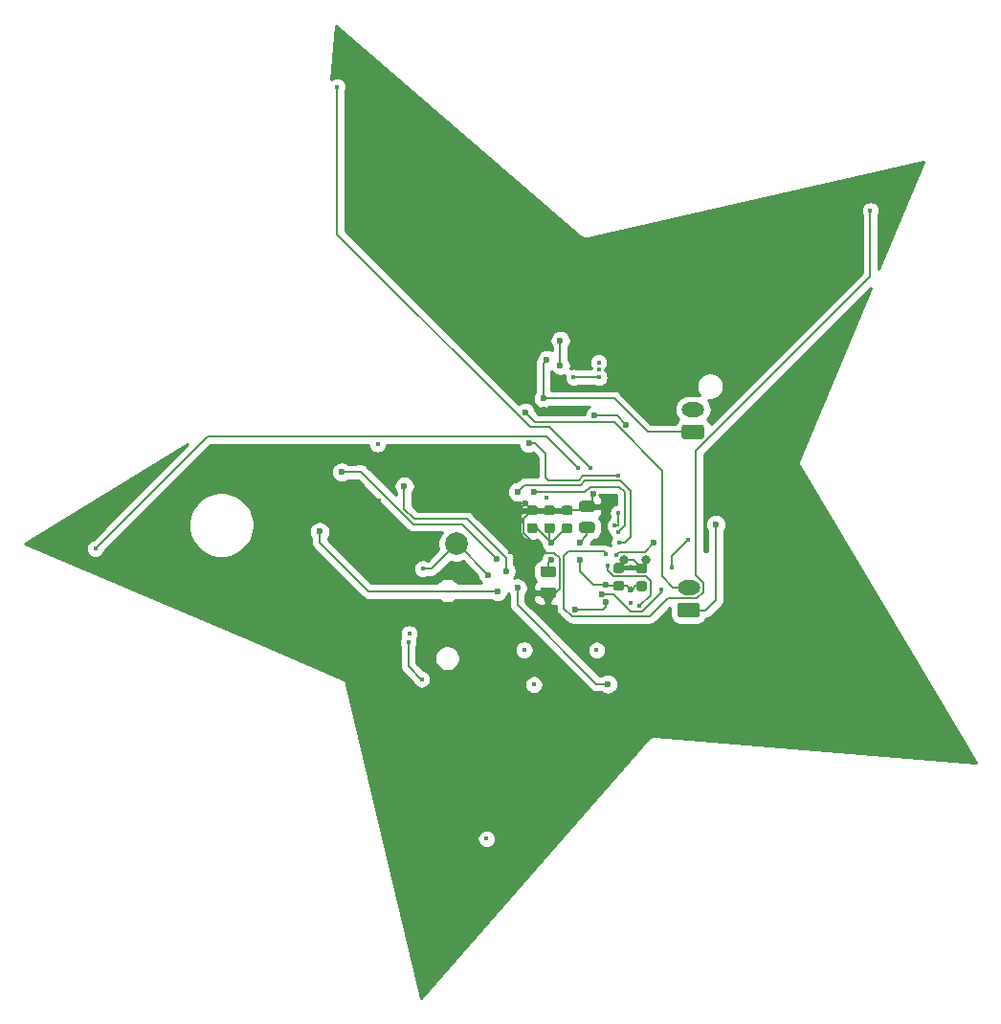
<source format=gbr>
%TF.GenerationSoftware,KiCad,Pcbnew,(5.1.6)-1*%
%TF.CreationDate,2020-12-22T18:13:26+01:00*%
%TF.ProjectId,Christmas pcb,43687269-7374-46d6-9173-207063622e6b,rev?*%
%TF.SameCoordinates,Original*%
%TF.FileFunction,Copper,L2,Bot*%
%TF.FilePolarity,Positive*%
%FSLAX46Y46*%
G04 Gerber Fmt 4.6, Leading zero omitted, Abs format (unit mm)*
G04 Created by KiCad (PCBNEW (5.1.6)-1) date 2020-12-22 18:13:26*
%MOMM*%
%LPD*%
G01*
G04 APERTURE LIST*
%TA.AperFunction,ComponentPad*%
%ADD10O,2.000000X1.300000*%
%TD*%
%TA.AperFunction,ComponentPad*%
%ADD11C,2.000000*%
%TD*%
%TA.AperFunction,ViaPad*%
%ADD12C,0.400000*%
%TD*%
%TA.AperFunction,ViaPad*%
%ADD13C,0.600000*%
%TD*%
%TA.AperFunction,ViaPad*%
%ADD14C,0.800000*%
%TD*%
%TA.AperFunction,Conductor*%
%ADD15C,0.200000*%
%TD*%
%TA.AperFunction,Conductor*%
%ADD16C,0.254000*%
%TD*%
G04 APERTURE END LIST*
D10*
%TO.P,J3,2*%
%TO.N,GND*%
X161540000Y-94700000D03*
%TO.P,J3,1*%
%TO.N,NTC*%
%TA.AperFunction,ComponentPad*%
G36*
G01*
X162540000Y-96300000D02*
X162540000Y-97100000D01*
G75*
G02*
X162290000Y-97350000I-250000J0D01*
G01*
X160790000Y-97350000D01*
G75*
G02*
X160540000Y-97100000I0J250000D01*
G01*
X160540000Y-96300000D01*
G75*
G02*
X160790000Y-96050000I250000J0D01*
G01*
X162290000Y-96050000D01*
G75*
G02*
X162540000Y-96300000I0J-250000D01*
G01*
G37*
%TD.AperFunction*%
%TD*%
%TO.P,J2,2*%
%TO.N,BAT_POS*%
X161150000Y-110470000D03*
%TO.P,J2,1*%
%TO.N,GND*%
%TA.AperFunction,ComponentPad*%
G36*
G01*
X162150000Y-112070000D02*
X162150000Y-112870000D01*
G75*
G02*
X161900000Y-113120000I-250000J0D01*
G01*
X160400000Y-113120000D01*
G75*
G02*
X160150000Y-112870000I0J250000D01*
G01*
X160150000Y-112070000D01*
G75*
G02*
X160400000Y-111820000I250000J0D01*
G01*
X161900000Y-111820000D01*
G75*
G02*
X162150000Y-112070000I0J-250000D01*
G01*
G37*
%TD.AperFunction*%
%TD*%
D11*
%TO.P,J4,1*%
%TO.N,GND*%
X140600000Y-106600000D03*
%TD*%
%TO.P,C12,2*%
%TO.N,GND*%
%TA.AperFunction,SMDPad,CuDef*%
G36*
G01*
X150143750Y-104772500D02*
X150656250Y-104772500D01*
G75*
G02*
X150875000Y-104991250I0J-218750D01*
G01*
X150875000Y-105428750D01*
G75*
G02*
X150656250Y-105647500I-218750J0D01*
G01*
X150143750Y-105647500D01*
G75*
G02*
X149925000Y-105428750I0J218750D01*
G01*
X149925000Y-104991250D01*
G75*
G02*
X150143750Y-104772500I218750J0D01*
G01*
G37*
%TD.AperFunction*%
%TO.P,C12,1*%
%TO.N,+3V3*%
%TA.AperFunction,SMDPad,CuDef*%
G36*
G01*
X150143750Y-103197500D02*
X150656250Y-103197500D01*
G75*
G02*
X150875000Y-103416250I0J-218750D01*
G01*
X150875000Y-103853750D01*
G75*
G02*
X150656250Y-104072500I-218750J0D01*
G01*
X150143750Y-104072500D01*
G75*
G02*
X149925000Y-103853750I0J218750D01*
G01*
X149925000Y-103416250D01*
G75*
G02*
X150143750Y-103197500I218750J0D01*
G01*
G37*
%TD.AperFunction*%
%TD*%
%TO.P,C11,1*%
%TO.N,+3V3*%
%TA.AperFunction,SMDPad,CuDef*%
G36*
G01*
X154713750Y-108305000D02*
X155226250Y-108305000D01*
G75*
G02*
X155445000Y-108523750I0J-218750D01*
G01*
X155445000Y-108961250D01*
G75*
G02*
X155226250Y-109180000I-218750J0D01*
G01*
X154713750Y-109180000D01*
G75*
G02*
X154495000Y-108961250I0J218750D01*
G01*
X154495000Y-108523750D01*
G75*
G02*
X154713750Y-108305000I218750J0D01*
G01*
G37*
%TD.AperFunction*%
%TO.P,C11,2*%
%TO.N,GND*%
%TA.AperFunction,SMDPad,CuDef*%
G36*
G01*
X154713750Y-109880000D02*
X155226250Y-109880000D01*
G75*
G02*
X155445000Y-110098750I0J-218750D01*
G01*
X155445000Y-110536250D01*
G75*
G02*
X155226250Y-110755000I-218750J0D01*
G01*
X154713750Y-110755000D01*
G75*
G02*
X154495000Y-110536250I0J218750D01*
G01*
X154495000Y-110098750D01*
G75*
G02*
X154713750Y-109880000I218750J0D01*
G01*
G37*
%TD.AperFunction*%
%TD*%
%TO.P,C10,2*%
%TO.N,GND*%
%TA.AperFunction,SMDPad,CuDef*%
G36*
G01*
X147063750Y-104772500D02*
X147576250Y-104772500D01*
G75*
G02*
X147795000Y-104991250I0J-218750D01*
G01*
X147795000Y-105428750D01*
G75*
G02*
X147576250Y-105647500I-218750J0D01*
G01*
X147063750Y-105647500D01*
G75*
G02*
X146845000Y-105428750I0J218750D01*
G01*
X146845000Y-104991250D01*
G75*
G02*
X147063750Y-104772500I218750J0D01*
G01*
G37*
%TD.AperFunction*%
%TO.P,C10,1*%
%TO.N,+3V3*%
%TA.AperFunction,SMDPad,CuDef*%
G36*
G01*
X147063750Y-103197500D02*
X147576250Y-103197500D01*
G75*
G02*
X147795000Y-103416250I0J-218750D01*
G01*
X147795000Y-103853750D01*
G75*
G02*
X147576250Y-104072500I-218750J0D01*
G01*
X147063750Y-104072500D01*
G75*
G02*
X146845000Y-103853750I0J218750D01*
G01*
X146845000Y-103416250D01*
G75*
G02*
X147063750Y-103197500I218750J0D01*
G01*
G37*
%TD.AperFunction*%
%TD*%
%TO.P,C9,2*%
%TO.N,GND*%
%TA.AperFunction,SMDPad,CuDef*%
G36*
G01*
X156743750Y-109887500D02*
X157256250Y-109887500D01*
G75*
G02*
X157475000Y-110106250I0J-218750D01*
G01*
X157475000Y-110543750D01*
G75*
G02*
X157256250Y-110762500I-218750J0D01*
G01*
X156743750Y-110762500D01*
G75*
G02*
X156525000Y-110543750I0J218750D01*
G01*
X156525000Y-110106250D01*
G75*
G02*
X156743750Y-109887500I218750J0D01*
G01*
G37*
%TD.AperFunction*%
%TO.P,C9,1*%
%TO.N,+3V3*%
%TA.AperFunction,SMDPad,CuDef*%
G36*
G01*
X156743750Y-108312500D02*
X157256250Y-108312500D01*
G75*
G02*
X157475000Y-108531250I0J-218750D01*
G01*
X157475000Y-108968750D01*
G75*
G02*
X157256250Y-109187500I-218750J0D01*
G01*
X156743750Y-109187500D01*
G75*
G02*
X156525000Y-108968750I0J218750D01*
G01*
X156525000Y-108531250D01*
G75*
G02*
X156743750Y-108312500I218750J0D01*
G01*
G37*
%TD.AperFunction*%
%TD*%
%TO.P,C7,2*%
%TO.N,GND*%
%TA.AperFunction,SMDPad,CuDef*%
G36*
G01*
X148593750Y-104772500D02*
X149106250Y-104772500D01*
G75*
G02*
X149325000Y-104991250I0J-218750D01*
G01*
X149325000Y-105428750D01*
G75*
G02*
X149106250Y-105647500I-218750J0D01*
G01*
X148593750Y-105647500D01*
G75*
G02*
X148375000Y-105428750I0J218750D01*
G01*
X148375000Y-104991250D01*
G75*
G02*
X148593750Y-104772500I218750J0D01*
G01*
G37*
%TD.AperFunction*%
%TO.P,C7,1*%
%TO.N,+3V3*%
%TA.AperFunction,SMDPad,CuDef*%
G36*
G01*
X148593750Y-103197500D02*
X149106250Y-103197500D01*
G75*
G02*
X149325000Y-103416250I0J-218750D01*
G01*
X149325000Y-103853750D01*
G75*
G02*
X149106250Y-104072500I-218750J0D01*
G01*
X148593750Y-104072500D01*
G75*
G02*
X148375000Y-103853750I0J218750D01*
G01*
X148375000Y-103416250D01*
G75*
G02*
X148593750Y-103197500I218750J0D01*
G01*
G37*
%TD.AperFunction*%
%TD*%
%TO.P,C6,2*%
%TO.N,GND*%
%TA.AperFunction,SMDPad,CuDef*%
G36*
G01*
X149186250Y-109537500D02*
X148273750Y-109537500D01*
G75*
G02*
X148030000Y-109293750I0J243750D01*
G01*
X148030000Y-108806250D01*
G75*
G02*
X148273750Y-108562500I243750J0D01*
G01*
X149186250Y-108562500D01*
G75*
G02*
X149430000Y-108806250I0J-243750D01*
G01*
X149430000Y-109293750D01*
G75*
G02*
X149186250Y-109537500I-243750J0D01*
G01*
G37*
%TD.AperFunction*%
%TO.P,C6,1*%
%TO.N,+3V3*%
%TA.AperFunction,SMDPad,CuDef*%
G36*
G01*
X149186250Y-111412500D02*
X148273750Y-111412500D01*
G75*
G02*
X148030000Y-111168750I0J243750D01*
G01*
X148030000Y-110681250D01*
G75*
G02*
X148273750Y-110437500I243750J0D01*
G01*
X149186250Y-110437500D01*
G75*
G02*
X149430000Y-110681250I0J-243750D01*
G01*
X149430000Y-111168750D01*
G75*
G02*
X149186250Y-111412500I-243750J0D01*
G01*
G37*
%TD.AperFunction*%
%TD*%
%TO.P,C5,2*%
%TO.N,GND*%
%TA.AperFunction,SMDPad,CuDef*%
G36*
G01*
X151703750Y-104662500D02*
X152616250Y-104662500D01*
G75*
G02*
X152860000Y-104906250I0J-243750D01*
G01*
X152860000Y-105393750D01*
G75*
G02*
X152616250Y-105637500I-243750J0D01*
G01*
X151703750Y-105637500D01*
G75*
G02*
X151460000Y-105393750I0J243750D01*
G01*
X151460000Y-104906250D01*
G75*
G02*
X151703750Y-104662500I243750J0D01*
G01*
G37*
%TD.AperFunction*%
%TO.P,C5,1*%
%TO.N,+3V3*%
%TA.AperFunction,SMDPad,CuDef*%
G36*
G01*
X151703750Y-102787500D02*
X152616250Y-102787500D01*
G75*
G02*
X152860000Y-103031250I0J-243750D01*
G01*
X152860000Y-103518750D01*
G75*
G02*
X152616250Y-103762500I-243750J0D01*
G01*
X151703750Y-103762500D01*
G75*
G02*
X151460000Y-103518750I0J243750D01*
G01*
X151460000Y-103031250D01*
G75*
G02*
X151703750Y-102787500I243750J0D01*
G01*
G37*
%TD.AperFunction*%
%TD*%
D12*
%TO.N,GND*%
X147460000Y-119040000D03*
X146600000Y-115980000D03*
X136350000Y-115330000D03*
X136430000Y-114530000D03*
X153010000Y-115990000D03*
X137630000Y-108790000D03*
X137530000Y-118570000D03*
D13*
X151500000Y-108000000D03*
X149000000Y-108000000D03*
X149000000Y-106500000D03*
X151500000Y-106500000D03*
X156000000Y-110600000D03*
X153800000Y-110200000D03*
X163565000Y-104870000D03*
X143420000Y-109330000D03*
D12*
X153200000Y-90550000D03*
X156000000Y-111800000D03*
X133635000Y-97765000D03*
X143270010Y-132679990D03*
%TO.N,OUT*%
X153230000Y-91880000D03*
X150980000Y-91850000D03*
%TO.N,+3V3*%
X133730000Y-102800000D03*
X182450000Y-125110000D03*
X107240000Y-105600000D03*
X131550000Y-64820000D03*
X148320000Y-94630000D03*
X151000000Y-90540000D03*
D13*
X145450000Y-107250000D03*
D14*
X148750000Y-111500000D03*
X157400000Y-108000000D03*
X155400000Y-108000000D03*
D13*
X152700000Y-102150000D03*
X146680000Y-102980000D03*
X139900000Y-100200000D03*
D12*
X175410000Y-75260000D03*
X153200000Y-91200000D03*
X148600000Y-102510000D03*
X138350000Y-100200000D03*
X141695000Y-132895000D03*
X138930000Y-142255000D03*
D13*
%TO.N,MOSI*%
X145000000Y-109000000D03*
X136000000Y-101500000D03*
%TO.N,SCK*%
X130460000Y-100240000D03*
X144180000Y-107960000D03*
%TO.N,MISO*%
X144250000Y-110800000D03*
X128500000Y-105500000D03*
%TO.N,BAT_POS*%
X146690000Y-94960000D03*
%TO.N,NTC*%
X148282500Y-93732500D03*
X148600000Y-90300000D03*
%TO.N,Net-(L1-Pad2)*%
X149800000Y-88600000D03*
X149800000Y-90800000D03*
%TO.N,Net-(R2-Pad1)*%
X152850000Y-95260000D03*
X155610000Y-96030000D03*
D12*
%TO.N,L1*%
X152490000Y-99890000D03*
X130060000Y-66150000D03*
%TO.N,L2*%
X151330000Y-99890000D03*
X108670000Y-107010000D03*
%TO.N,L3*%
X153820000Y-107490000D03*
X177230000Y-77110000D03*
%TO.N,R_PWM*%
X154940000Y-105540000D03*
D13*
X147500000Y-102000000D03*
D12*
%TO.N,G_PWM*%
X154620000Y-105000000D03*
D13*
X147010000Y-97710000D03*
D12*
X154930000Y-100570000D03*
X154930000Y-103880000D03*
%TO.N,B_PWM*%
X155010000Y-106500000D03*
D13*
X146000000Y-102000000D03*
D12*
%TO.N,L4*%
X154720000Y-107620000D03*
D13*
X158080000Y-106490000D03*
D12*
%TO.N,L5*%
X158760000Y-110650000D03*
D13*
X153500000Y-111025000D03*
D12*
X159670000Y-108660000D03*
X161120000Y-106210000D03*
D13*
%TO.N,TS*%
X146000000Y-110500000D03*
X154000000Y-119000000D03*
D12*
%TO.N,XSHUT*%
X154000000Y-108560000D03*
X156790000Y-112100000D03*
D13*
%TO.N,SCL*%
X151125000Y-112400000D03*
X153850000Y-111750000D03*
%TD*%
D15*
%TO.N,GND*%
X156000000Y-110600000D02*
X156200000Y-110600000D01*
X156475000Y-110325000D02*
X157000000Y-110325000D01*
X156200000Y-110600000D02*
X156475000Y-110325000D01*
X155717500Y-110317500D02*
X154970000Y-110317500D01*
X156000000Y-110600000D02*
X155717500Y-110317500D01*
X154970000Y-110317500D02*
X153917500Y-110317500D01*
X153917500Y-110317500D02*
X153800000Y-110200000D01*
X153800000Y-110200000D02*
X153800000Y-110200000D01*
X147710000Y-105210000D02*
X149000000Y-106500000D01*
X147320000Y-105210000D02*
X147710000Y-105210000D01*
X148850000Y-106350000D02*
X149000000Y-106500000D01*
X148850000Y-105210000D02*
X148850000Y-106350000D01*
X150290000Y-105210000D02*
X149000000Y-106500000D01*
X150400000Y-105210000D02*
X150290000Y-105210000D01*
X152160000Y-105840000D02*
X151500000Y-106500000D01*
X152160000Y-105150000D02*
X152160000Y-105840000D01*
X148730000Y-108270000D02*
X149000000Y-108000000D01*
X148730000Y-109050000D02*
X148730000Y-108270000D01*
X153800000Y-110200000D02*
X152700000Y-110200000D01*
X151500000Y-109000000D02*
X151500000Y-108000000D01*
X152700000Y-110200000D02*
X151500000Y-109000000D01*
X163565000Y-104870000D02*
X163565000Y-111575000D01*
X162670000Y-112470000D02*
X161150000Y-112470000D01*
X163565000Y-111575000D02*
X162670000Y-112470000D01*
X140690000Y-106600000D02*
X140600000Y-106600000D01*
X143420000Y-109330000D02*
X140690000Y-106600000D01*
X136350000Y-115330000D02*
X136350000Y-117420000D01*
X137500000Y-118570000D02*
X137530000Y-118570000D01*
X136350000Y-117420000D02*
X137500000Y-118570000D01*
X138410000Y-108790000D02*
X137630000Y-108790000D01*
X140600000Y-106600000D02*
X138410000Y-108790000D01*
%TO.N,OUT*%
X153200000Y-91850000D02*
X153230000Y-91880000D01*
X150980000Y-91850000D02*
X153200000Y-91850000D01*
%TO.N,+3V3*%
X148750000Y-110945000D02*
X148730000Y-110925000D01*
X148750000Y-111500000D02*
X148750000Y-110945000D01*
X157400000Y-108350000D02*
X157000000Y-108750000D01*
X157400000Y-108000000D02*
X157400000Y-108350000D01*
X154970000Y-108742500D02*
X154970000Y-108430000D01*
X154970000Y-108430000D02*
X155400000Y-108000000D01*
X155400000Y-108000000D02*
X155400000Y-108000000D01*
X152160000Y-103275000D02*
X152650000Y-102785000D01*
X152650000Y-102200000D02*
X152700000Y-102150000D01*
X152650000Y-102785000D02*
X152650000Y-102200000D01*
X151800000Y-103635000D02*
X152160000Y-103275000D01*
X150400000Y-103635000D02*
X151800000Y-103635000D01*
X148850000Y-103635000D02*
X150400000Y-103635000D01*
X147320000Y-103635000D02*
X148850000Y-103635000D01*
X147320000Y-103635000D02*
X147320000Y-103620000D01*
X147320000Y-103620000D02*
X146680000Y-102980000D01*
X146680000Y-102980000D02*
X146680000Y-102980000D01*
X146544990Y-105643630D02*
X146544990Y-104410010D01*
X148301359Y-107399999D02*
X146544990Y-105643630D01*
X146544990Y-104410010D02*
X147320000Y-103635000D01*
X149288001Y-107399999D02*
X148301359Y-107399999D01*
X149730010Y-107842008D02*
X149288001Y-107399999D01*
X149730010Y-110519990D02*
X149730010Y-107842008D01*
X148750000Y-111500000D02*
X149730010Y-110519990D01*
X145450000Y-104210000D02*
X146680000Y-102980000D01*
X145450000Y-107250000D02*
X145450000Y-104210000D01*
X156250000Y-108000000D02*
X157000000Y-108750000D01*
X155400000Y-108000000D02*
X156250000Y-108000000D01*
%TO.N,MOSI*%
X145000000Y-107861998D02*
X141537992Y-104399990D01*
X145000000Y-109000000D02*
X145000000Y-107861998D01*
X141537992Y-104399990D02*
X136899990Y-104399990D01*
X136899990Y-104399990D02*
X136000000Y-103500000D01*
X136000000Y-103500000D02*
X136000000Y-101500000D01*
X136000000Y-101500000D02*
X136000000Y-101500000D01*
%TO.N,SCK*%
X130460000Y-100240000D02*
X131840000Y-100240000D01*
X132120000Y-100185698D02*
X136794302Y-104860000D01*
X136794302Y-104860000D02*
X141110000Y-104860000D01*
X141110000Y-104860000D02*
X144210000Y-107960000D01*
X131894302Y-100185698D02*
X131840000Y-100240000D01*
X132120000Y-100185698D02*
X131894302Y-100185698D01*
%TO.N,MISO*%
X144250000Y-110800000D02*
X132800000Y-110800000D01*
X132800000Y-110800000D02*
X128500000Y-106500000D01*
X128500000Y-106500000D02*
X128500000Y-105500000D01*
X128500000Y-105500000D02*
X128500000Y-105500000D01*
%TO.N,BAT_POS*%
X147590001Y-95860001D02*
X154560001Y-95860001D01*
X146690000Y-94960000D02*
X147590001Y-95860001D01*
X154560001Y-95860001D02*
X158810000Y-100110000D01*
X158810000Y-100110000D02*
X158810000Y-109490000D01*
X159790000Y-110470000D02*
X161150000Y-110470000D01*
X158810000Y-109490000D02*
X159790000Y-110470000D01*
%TO.N,NTC*%
X148282500Y-93732500D02*
X148282500Y-90617500D01*
X148282500Y-90617500D02*
X148600000Y-90300000D01*
X148600000Y-90300000D02*
X148600000Y-90300000D01*
X148282500Y-93732500D02*
X154572500Y-93732500D01*
X157540000Y-96700000D02*
X161540000Y-96700000D01*
X154572500Y-93732500D02*
X157540000Y-96700000D01*
%TO.N,Net-(L1-Pad2)*%
X149800000Y-88600000D02*
X149800000Y-90800000D01*
X149800000Y-90800000D02*
X149800000Y-91000000D01*
%TO.N,Net-(R2-Pad1)*%
X154840000Y-95260000D02*
X155610000Y-96030000D01*
X152850000Y-95260000D02*
X154840000Y-95260000D01*
%TO.N,L1*%
X152490000Y-99890000D02*
X148860011Y-96260011D01*
X147102009Y-96260011D02*
X130060000Y-79218002D01*
X148860011Y-96260011D02*
X147102009Y-96260011D01*
X130060000Y-79218002D02*
X130060000Y-66150000D01*
X130060000Y-66150000D02*
X130060000Y-66150000D01*
%TO.N,L2*%
X148549999Y-97109999D02*
X118570001Y-97109999D01*
X151330000Y-99890000D02*
X148549999Y-97109999D01*
X118570001Y-97109999D02*
X108670000Y-107010000D01*
X108670000Y-107010000D02*
X108670000Y-107010000D01*
%TO.N,L3*%
X161774999Y-98392835D02*
X177230000Y-82937834D01*
X150130020Y-112293022D02*
X150836999Y-113000001D01*
X150516338Y-107290001D02*
X150130020Y-107676319D01*
X161774999Y-109401482D02*
X161774999Y-98392835D01*
X153820000Y-107490000D02*
X153620001Y-107290001D01*
X150130020Y-107676319D02*
X150130020Y-112293022D01*
X162450010Y-110863507D02*
X162450010Y-110076493D01*
X153620001Y-107290001D02*
X150516338Y-107290001D01*
X150836999Y-113000001D02*
X157726502Y-113000001D01*
X157726502Y-113000001D02*
X159306493Y-111420010D01*
X159306493Y-111420010D02*
X161893507Y-111420010D01*
X161893507Y-111420010D02*
X162450010Y-110863507D01*
X162450010Y-110076493D02*
X161774999Y-109401482D01*
X177230000Y-82937834D02*
X177230000Y-77110000D01*
X177230000Y-77110000D02*
X177230000Y-77020000D01*
%TO.N,R_PWM*%
X147500000Y-102000000D02*
X152000000Y-102000000D01*
X152450001Y-101549999D02*
X155049999Y-101549999D01*
X152000000Y-102000000D02*
X152450001Y-101549999D01*
X155049999Y-101549999D02*
X155500000Y-102000000D01*
X155500000Y-102000000D02*
X155500000Y-105000000D01*
X155500000Y-105000000D02*
X155000000Y-105500000D01*
%TO.N,G_PWM*%
X147010000Y-97710000D02*
X147590000Y-97710000D01*
X147590000Y-97710000D02*
X148510000Y-98630000D01*
X148720000Y-100970000D02*
X151464302Y-100970000D01*
X151464302Y-100970000D02*
X151834310Y-100599992D01*
X148510000Y-98630000D02*
X148510000Y-100760000D01*
X148510000Y-100760000D02*
X148720000Y-100970000D01*
X154900008Y-100599992D02*
X154930000Y-100570000D01*
X151834310Y-100599992D02*
X154900008Y-100599992D01*
X154620000Y-105000000D02*
X154880000Y-105000000D01*
X154930000Y-104950000D02*
X154930000Y-103880000D01*
X154880000Y-105000000D02*
X154930000Y-104950000D01*
%TO.N,B_PWM*%
X146600001Y-101399999D02*
X151600001Y-101399999D01*
X146000000Y-102000000D02*
X146600001Y-101399999D01*
X151600001Y-101399999D02*
X152000000Y-101000000D01*
X155065698Y-101000000D02*
X156000000Y-101934302D01*
X152000000Y-101000000D02*
X155065698Y-101000000D01*
X156000000Y-101934302D02*
X156000000Y-106000000D01*
X156000000Y-106000000D02*
X155500000Y-106500000D01*
X155500000Y-106500000D02*
X155000000Y-106500000D01*
%TO.N,L4*%
X155040001Y-107299999D02*
X157270001Y-107299999D01*
X157270001Y-107299999D02*
X158080000Y-106490000D01*
X154720000Y-107620000D02*
X155040001Y-107299999D01*
%TO.N,L5*%
X157030001Y-112600001D02*
X158760000Y-110870002D01*
X156043861Y-112600001D02*
X157030001Y-112600001D01*
X153500000Y-111025000D02*
X154468860Y-111025000D01*
X154468860Y-111025000D02*
X156043861Y-112600001D01*
X158760000Y-110870002D02*
X158760000Y-110630000D01*
X159670000Y-108660000D02*
X159670000Y-107660000D01*
X159670000Y-107660000D02*
X161120000Y-106210000D01*
X161120000Y-106210000D02*
X161120000Y-106210000D01*
%TO.N,TS*%
X146000000Y-110500000D02*
X146000000Y-112000000D01*
X146000000Y-112000000D02*
X153000000Y-119000000D01*
X153000000Y-119000000D02*
X154000000Y-119000000D01*
X154000000Y-119000000D02*
X154000000Y-119000000D01*
%TO.N,XSHUT*%
X157371150Y-109487510D02*
X154506370Y-109487510D01*
X157775010Y-109891370D02*
X157371150Y-109487510D01*
X154506370Y-109487510D02*
X154000000Y-108981140D01*
X156790000Y-112100000D02*
X157775010Y-111114990D01*
X157775010Y-111114990D02*
X157775010Y-109891370D01*
X154000000Y-108981140D02*
X154000000Y-108560000D01*
%TO.N,SCL*%
X153575000Y-112400000D02*
X151125000Y-112400000D01*
X153575000Y-112400000D02*
X153850000Y-112125000D01*
X153850000Y-112125000D02*
X153850000Y-111750000D01*
%TD*%
D16*
%TO.N,+3V3*%
G36*
X170922585Y-99089115D02*
G01*
X170913679Y-99103927D01*
X170897096Y-99150072D01*
X170890976Y-99164707D01*
X170885932Y-99181136D01*
X170868897Y-99228538D01*
X170866534Y-99244320D01*
X170861851Y-99259572D01*
X170856746Y-99309679D01*
X170849286Y-99359491D01*
X170850047Y-99375427D01*
X170848429Y-99391304D01*
X170853198Y-99441443D01*
X170855599Y-99491754D01*
X170859456Y-99507241D01*
X170860966Y-99523122D01*
X170875425Y-99571372D01*
X170887595Y-99620243D01*
X170894394Y-99634671D01*
X170898977Y-99649963D01*
X170922577Y-99694473D01*
X170929899Y-99710010D01*
X170938034Y-99723626D01*
X170961005Y-99766949D01*
X170971923Y-99780345D01*
X186593524Y-125925701D01*
X158165595Y-123592336D01*
X158148757Y-123588443D01*
X158099753Y-123586931D01*
X158083936Y-123585633D01*
X158066746Y-123585913D01*
X158016406Y-123584360D01*
X158000666Y-123586989D01*
X157984715Y-123587249D01*
X157935480Y-123597878D01*
X157885803Y-123606176D01*
X157870885Y-123611823D01*
X157855283Y-123615191D01*
X157809063Y-123635224D01*
X157761963Y-123653052D01*
X157748428Y-123661504D01*
X157733789Y-123667849D01*
X157692371Y-123696509D01*
X157649650Y-123723187D01*
X157638026Y-123734115D01*
X157624903Y-123743196D01*
X157589874Y-123779385D01*
X157577349Y-123791160D01*
X157566907Y-123803112D01*
X157532810Y-123838338D01*
X157523445Y-123852859D01*
X137485077Y-146789249D01*
X134128339Y-132597750D01*
X142435010Y-132597750D01*
X142435010Y-132762230D01*
X142467099Y-132923550D01*
X142530043Y-133075511D01*
X142621423Y-133212271D01*
X142737729Y-133328577D01*
X142874489Y-133419957D01*
X143026450Y-133482901D01*
X143187770Y-133514990D01*
X143352250Y-133514990D01*
X143513570Y-133482901D01*
X143665531Y-133419957D01*
X143802291Y-133328577D01*
X143918597Y-133212271D01*
X144009977Y-133075511D01*
X144072921Y-132923550D01*
X144105010Y-132762230D01*
X144105010Y-132597750D01*
X144072921Y-132436430D01*
X144009977Y-132284469D01*
X143918597Y-132147709D01*
X143802291Y-132031403D01*
X143665531Y-131940023D01*
X143513570Y-131877079D01*
X143352250Y-131844990D01*
X143187770Y-131844990D01*
X143026450Y-131877079D01*
X142874489Y-131940023D01*
X142737729Y-132031403D01*
X142621423Y-132147709D01*
X142530043Y-132284469D01*
X142467099Y-132436430D01*
X142435010Y-132597750D01*
X134128339Y-132597750D01*
X130919528Y-119031653D01*
X130918026Y-119014430D01*
X130904314Y-118967335D01*
X130900667Y-118951915D01*
X130895097Y-118935676D01*
X130881011Y-118887296D01*
X130873644Y-118873134D01*
X130868469Y-118858047D01*
X130843151Y-118814516D01*
X130819904Y-118769826D01*
X130809921Y-118757380D01*
X130801898Y-118743585D01*
X130768570Y-118705826D01*
X130737054Y-118666533D01*
X130724830Y-118656270D01*
X130714274Y-118644310D01*
X130674224Y-118613781D01*
X130635644Y-118581389D01*
X130621656Y-118573709D01*
X130608967Y-118564037D01*
X130563728Y-118541906D01*
X130548656Y-118533632D01*
X130534064Y-118527395D01*
X130490023Y-118505851D01*
X130473317Y-118501432D01*
X122860690Y-115247760D01*
X135515000Y-115247760D01*
X135515000Y-115412240D01*
X135547089Y-115573560D01*
X135610033Y-115725521D01*
X135615000Y-115732955D01*
X135615001Y-117383885D01*
X135611444Y-117420000D01*
X135625635Y-117564085D01*
X135667664Y-117702633D01*
X135735914Y-117830320D01*
X135827763Y-117942238D01*
X135855808Y-117965254D01*
X136743335Y-118852782D01*
X136790033Y-118965521D01*
X136881413Y-119102281D01*
X136997719Y-119218587D01*
X137134479Y-119309967D01*
X137286440Y-119372911D01*
X137447760Y-119405000D01*
X137612240Y-119405000D01*
X137773560Y-119372911D01*
X137925521Y-119309967D01*
X138062281Y-119218587D01*
X138178587Y-119102281D01*
X138269967Y-118965521D01*
X138273181Y-118957760D01*
X146625000Y-118957760D01*
X146625000Y-119122240D01*
X146657089Y-119283560D01*
X146720033Y-119435521D01*
X146811413Y-119572281D01*
X146927719Y-119688587D01*
X147064479Y-119779967D01*
X147216440Y-119842911D01*
X147377760Y-119875000D01*
X147542240Y-119875000D01*
X147703560Y-119842911D01*
X147855521Y-119779967D01*
X147992281Y-119688587D01*
X148108587Y-119572281D01*
X148199967Y-119435521D01*
X148262911Y-119283560D01*
X148295000Y-119122240D01*
X148295000Y-118957760D01*
X148262911Y-118796440D01*
X148199967Y-118644479D01*
X148108587Y-118507719D01*
X147992281Y-118391413D01*
X147855521Y-118300033D01*
X147703560Y-118237089D01*
X147542240Y-118205000D01*
X147377760Y-118205000D01*
X147216440Y-118237089D01*
X147064479Y-118300033D01*
X146927719Y-118391413D01*
X146811413Y-118507719D01*
X146720033Y-118644479D01*
X146657089Y-118796440D01*
X146625000Y-118957760D01*
X138273181Y-118957760D01*
X138332911Y-118813560D01*
X138365000Y-118652240D01*
X138365000Y-118487760D01*
X138332911Y-118326440D01*
X138269967Y-118174479D01*
X138178587Y-118037719D01*
X138062281Y-117921413D01*
X137925521Y-117830033D01*
X137773560Y-117767089D01*
X137727342Y-117757896D01*
X137085000Y-117115554D01*
X137085000Y-116608212D01*
X138665000Y-116608212D01*
X138665000Y-116831788D01*
X138708617Y-117051067D01*
X138794176Y-117257624D01*
X138918388Y-117443520D01*
X139076480Y-117601612D01*
X139262376Y-117725824D01*
X139468933Y-117811383D01*
X139688212Y-117855000D01*
X139911788Y-117855000D01*
X140131067Y-117811383D01*
X140337624Y-117725824D01*
X140523520Y-117601612D01*
X140681612Y-117443520D01*
X140805824Y-117257624D01*
X140891383Y-117051067D01*
X140935000Y-116831788D01*
X140935000Y-116608212D01*
X140891383Y-116388933D01*
X140805824Y-116182376D01*
X140681612Y-115996480D01*
X140582892Y-115897760D01*
X145765000Y-115897760D01*
X145765000Y-116062240D01*
X145797089Y-116223560D01*
X145860033Y-116375521D01*
X145951413Y-116512281D01*
X146067719Y-116628587D01*
X146204479Y-116719967D01*
X146356440Y-116782911D01*
X146517760Y-116815000D01*
X146682240Y-116815000D01*
X146843560Y-116782911D01*
X146995521Y-116719967D01*
X147132281Y-116628587D01*
X147248587Y-116512281D01*
X147339967Y-116375521D01*
X147402911Y-116223560D01*
X147435000Y-116062240D01*
X147435000Y-115897760D01*
X147402911Y-115736440D01*
X147339967Y-115584479D01*
X147248587Y-115447719D01*
X147132281Y-115331413D01*
X146995521Y-115240033D01*
X146843560Y-115177089D01*
X146682240Y-115145000D01*
X146517760Y-115145000D01*
X146356440Y-115177089D01*
X146204479Y-115240033D01*
X146067719Y-115331413D01*
X145951413Y-115447719D01*
X145860033Y-115584479D01*
X145797089Y-115736440D01*
X145765000Y-115897760D01*
X140582892Y-115897760D01*
X140523520Y-115838388D01*
X140337624Y-115714176D01*
X140131067Y-115628617D01*
X139911788Y-115585000D01*
X139688212Y-115585000D01*
X139468933Y-115628617D01*
X139262376Y-115714176D01*
X139076480Y-115838388D01*
X138918388Y-115996480D01*
X138794176Y-116182376D01*
X138708617Y-116388933D01*
X138665000Y-116608212D01*
X137085000Y-116608212D01*
X137085000Y-115732955D01*
X137089967Y-115725521D01*
X137152911Y-115573560D01*
X137185000Y-115412240D01*
X137185000Y-115247760D01*
X137152911Y-115086440D01*
X137118291Y-115002860D01*
X137169967Y-114925521D01*
X137232911Y-114773560D01*
X137265000Y-114612240D01*
X137265000Y-114447760D01*
X137232911Y-114286440D01*
X137169967Y-114134479D01*
X137078587Y-113997719D01*
X136962281Y-113881413D01*
X136825521Y-113790033D01*
X136673560Y-113727089D01*
X136512240Y-113695000D01*
X136347760Y-113695000D01*
X136186440Y-113727089D01*
X136034479Y-113790033D01*
X135897719Y-113881413D01*
X135781413Y-113997719D01*
X135690033Y-114134479D01*
X135627089Y-114286440D01*
X135595000Y-114447760D01*
X135595000Y-114612240D01*
X135627089Y-114773560D01*
X135661709Y-114857140D01*
X135610033Y-114934479D01*
X135547089Y-115086440D01*
X135515000Y-115247760D01*
X122860690Y-115247760D01*
X102467314Y-106531537D01*
X116866511Y-97774042D01*
X108435209Y-106205345D01*
X108426440Y-106207089D01*
X108274479Y-106270033D01*
X108137719Y-106361413D01*
X108021413Y-106477719D01*
X107930033Y-106614479D01*
X107867089Y-106766440D01*
X107835000Y-106927760D01*
X107835000Y-107092240D01*
X107867089Y-107253560D01*
X107930033Y-107405521D01*
X108021413Y-107542281D01*
X108137719Y-107658587D01*
X108274479Y-107749967D01*
X108426440Y-107812911D01*
X108587760Y-107845000D01*
X108752240Y-107845000D01*
X108913560Y-107812911D01*
X109065521Y-107749967D01*
X109202281Y-107658587D01*
X109318587Y-107542281D01*
X109409967Y-107405521D01*
X109472911Y-107253560D01*
X109474655Y-107244791D01*
X112079204Y-104640242D01*
X116907974Y-104640242D01*
X116907974Y-105211892D01*
X117019497Y-105772557D01*
X117238258Y-106300692D01*
X117555849Y-106776001D01*
X117960066Y-107180218D01*
X118435375Y-107497809D01*
X118963510Y-107716570D01*
X119524175Y-107828093D01*
X120095825Y-107828093D01*
X120656490Y-107716570D01*
X121184625Y-107497809D01*
X121659934Y-107180218D01*
X122064151Y-106776001D01*
X122381742Y-106300692D01*
X122600503Y-105772557D01*
X122673035Y-105407911D01*
X127565000Y-105407911D01*
X127565000Y-105592089D01*
X127600932Y-105772729D01*
X127671414Y-105942889D01*
X127765000Y-106082951D01*
X127765000Y-106463894D01*
X127761444Y-106500000D01*
X127775635Y-106644085D01*
X127785291Y-106675915D01*
X127817663Y-106782632D01*
X127885913Y-106910319D01*
X127977762Y-107022237D01*
X128005807Y-107045253D01*
X132254746Y-111294193D01*
X132277762Y-111322238D01*
X132389680Y-111414087D01*
X132517367Y-111482337D01*
X132655915Y-111524365D01*
X132763895Y-111535000D01*
X132763904Y-111535000D01*
X132799999Y-111538555D01*
X132836094Y-111535000D01*
X139009868Y-111535000D01*
X139076480Y-111601612D01*
X139262376Y-111725824D01*
X139468933Y-111811383D01*
X139688212Y-111855000D01*
X139911788Y-111855000D01*
X140131067Y-111811383D01*
X140337624Y-111725824D01*
X140523520Y-111601612D01*
X140590132Y-111535000D01*
X143667049Y-111535000D01*
X143807111Y-111628586D01*
X143977271Y-111699068D01*
X144157911Y-111735000D01*
X144342089Y-111735000D01*
X144522729Y-111699068D01*
X144692889Y-111628586D01*
X144846028Y-111526262D01*
X144976262Y-111396028D01*
X145078586Y-111242889D01*
X145149068Y-111072729D01*
X145174097Y-110946904D01*
X145265000Y-111082951D01*
X145265001Y-111963885D01*
X145261444Y-112000000D01*
X145275635Y-112144085D01*
X145312315Y-112265001D01*
X145317664Y-112282633D01*
X145385914Y-112410320D01*
X145477763Y-112522238D01*
X145505808Y-112545254D01*
X152454746Y-119494193D01*
X152477762Y-119522238D01*
X152589680Y-119614087D01*
X152717367Y-119682337D01*
X152855915Y-119724365D01*
X153000000Y-119738556D01*
X153036105Y-119735000D01*
X153417049Y-119735000D01*
X153557111Y-119828586D01*
X153727271Y-119899068D01*
X153907911Y-119935000D01*
X154092089Y-119935000D01*
X154272729Y-119899068D01*
X154442889Y-119828586D01*
X154596028Y-119726262D01*
X154726262Y-119596028D01*
X154828586Y-119442889D01*
X154899068Y-119272729D01*
X154935000Y-119092089D01*
X154935000Y-118907911D01*
X154899068Y-118727271D01*
X154828586Y-118557111D01*
X154726262Y-118403972D01*
X154596028Y-118273738D01*
X154442889Y-118171414D01*
X154272729Y-118100932D01*
X154092089Y-118065000D01*
X153907911Y-118065000D01*
X153727271Y-118100932D01*
X153557111Y-118171414D01*
X153417049Y-118265000D01*
X153304447Y-118265000D01*
X150947207Y-115907760D01*
X152175000Y-115907760D01*
X152175000Y-116072240D01*
X152207089Y-116233560D01*
X152270033Y-116385521D01*
X152361413Y-116522281D01*
X152477719Y-116638587D01*
X152614479Y-116729967D01*
X152766440Y-116792911D01*
X152927760Y-116825000D01*
X153092240Y-116825000D01*
X153253560Y-116792911D01*
X153405521Y-116729967D01*
X153542281Y-116638587D01*
X153658587Y-116522281D01*
X153749967Y-116385521D01*
X153812911Y-116233560D01*
X153845000Y-116072240D01*
X153845000Y-115907760D01*
X153812911Y-115746440D01*
X153749967Y-115594479D01*
X153658587Y-115457719D01*
X153542281Y-115341413D01*
X153405521Y-115250033D01*
X153253560Y-115187089D01*
X153092240Y-115155000D01*
X152927760Y-115155000D01*
X152766440Y-115187089D01*
X152614479Y-115250033D01*
X152477719Y-115341413D01*
X152361413Y-115457719D01*
X152270033Y-115594479D01*
X152207089Y-115746440D01*
X152175000Y-115907760D01*
X150947207Y-115907760D01*
X146735000Y-111695554D01*
X146735000Y-111412500D01*
X147391928Y-111412500D01*
X147404188Y-111536982D01*
X147440498Y-111656680D01*
X147499463Y-111766994D01*
X147578815Y-111863685D01*
X147675506Y-111943037D01*
X147785820Y-112002002D01*
X147905518Y-112038312D01*
X148030000Y-112050572D01*
X148444250Y-112047500D01*
X148603000Y-111888750D01*
X148603000Y-111052000D01*
X147553750Y-111052000D01*
X147395000Y-111210750D01*
X147391928Y-111412500D01*
X146735000Y-111412500D01*
X146735000Y-111082951D01*
X146828586Y-110942889D01*
X146899068Y-110772729D01*
X146935000Y-110592089D01*
X146935000Y-110407911D01*
X146899068Y-110227271D01*
X146828586Y-110057111D01*
X146726262Y-109903972D01*
X146596028Y-109773738D01*
X146442889Y-109671414D01*
X146272729Y-109600932D01*
X146092089Y-109565000D01*
X145907911Y-109565000D01*
X145727271Y-109600932D01*
X145717177Y-109605113D01*
X145726262Y-109596028D01*
X145828586Y-109442889D01*
X145899068Y-109272729D01*
X145935000Y-109092089D01*
X145935000Y-108907911D01*
X145899068Y-108727271D01*
X145828586Y-108557111D01*
X145735000Y-108417049D01*
X145735000Y-107898103D01*
X145738556Y-107861998D01*
X145724365Y-107717913D01*
X145682337Y-107579364D01*
X145614087Y-107451678D01*
X145576207Y-107405521D01*
X145522238Y-107339760D01*
X145494193Y-107316744D01*
X142083251Y-103905803D01*
X142060230Y-103877752D01*
X141948312Y-103785903D01*
X141820625Y-103717653D01*
X141682077Y-103675625D01*
X141574097Y-103664990D01*
X141537992Y-103661434D01*
X141501887Y-103664990D01*
X137204437Y-103664990D01*
X136735000Y-103195554D01*
X136735000Y-102082951D01*
X136828586Y-101942889D01*
X136899068Y-101772729D01*
X136935000Y-101592089D01*
X136935000Y-101407911D01*
X136899068Y-101227271D01*
X136828586Y-101057111D01*
X136726262Y-100903972D01*
X136596028Y-100773738D01*
X136442889Y-100671414D01*
X136272729Y-100600932D01*
X136092089Y-100565000D01*
X135907911Y-100565000D01*
X135727271Y-100600932D01*
X135557111Y-100671414D01*
X135403972Y-100773738D01*
X135273738Y-100903972D01*
X135171414Y-101057111D01*
X135100932Y-101227271D01*
X135065000Y-101407911D01*
X135065000Y-101592089D01*
X135100932Y-101772729D01*
X135171414Y-101942889D01*
X135265001Y-102082952D01*
X135265001Y-102291252D01*
X132665259Y-99691511D01*
X132642238Y-99663460D01*
X132530320Y-99571611D01*
X132402633Y-99503361D01*
X132264085Y-99461333D01*
X132156105Y-99450698D01*
X132120000Y-99447142D01*
X132083895Y-99450698D01*
X131930407Y-99450698D01*
X131894302Y-99447142D01*
X131858197Y-99450698D01*
X131750217Y-99461333D01*
X131611669Y-99503361D01*
X131608603Y-99505000D01*
X131042951Y-99505000D01*
X130902889Y-99411414D01*
X130732729Y-99340932D01*
X130552089Y-99305000D01*
X130367911Y-99305000D01*
X130187271Y-99340932D01*
X130017111Y-99411414D01*
X129863972Y-99513738D01*
X129733738Y-99643972D01*
X129631414Y-99797111D01*
X129560932Y-99967271D01*
X129525000Y-100147911D01*
X129525000Y-100332089D01*
X129560932Y-100512729D01*
X129631414Y-100682889D01*
X129733738Y-100836028D01*
X129863972Y-100966262D01*
X130017111Y-101068586D01*
X130187271Y-101139068D01*
X130367911Y-101175000D01*
X130552089Y-101175000D01*
X130732729Y-101139068D01*
X130902889Y-101068586D01*
X131042951Y-100975000D01*
X131803895Y-100975000D01*
X131840000Y-100978556D01*
X131870416Y-100975560D01*
X136249048Y-105354193D01*
X136272064Y-105382238D01*
X136383982Y-105474087D01*
X136511669Y-105542337D01*
X136650217Y-105584365D01*
X136758197Y-105595000D01*
X136758206Y-105595000D01*
X136794301Y-105598555D01*
X136830396Y-105595000D01*
X139305122Y-105595000D01*
X139151082Y-105825537D01*
X139027832Y-106123088D01*
X138965000Y-106438967D01*
X138965000Y-106761033D01*
X139027832Y-107076912D01*
X139044178Y-107116375D01*
X138105554Y-108055000D01*
X138032955Y-108055000D01*
X138025521Y-108050033D01*
X137873560Y-107987089D01*
X137712240Y-107955000D01*
X137547760Y-107955000D01*
X137386440Y-107987089D01*
X137234479Y-108050033D01*
X137097719Y-108141413D01*
X136981413Y-108257719D01*
X136890033Y-108394479D01*
X136827089Y-108546440D01*
X136795000Y-108707760D01*
X136795000Y-108872240D01*
X136827089Y-109033560D01*
X136890033Y-109185521D01*
X136981413Y-109322281D01*
X137097719Y-109438587D01*
X137234479Y-109529967D01*
X137386440Y-109592911D01*
X137547760Y-109625000D01*
X137712240Y-109625000D01*
X137873560Y-109592911D01*
X138025521Y-109529967D01*
X138032955Y-109525000D01*
X138373895Y-109525000D01*
X138410000Y-109528556D01*
X138446105Y-109525000D01*
X138554085Y-109514365D01*
X138692633Y-109472337D01*
X138820320Y-109404087D01*
X138932238Y-109312238D01*
X138955258Y-109284188D01*
X140083625Y-108155822D01*
X140123088Y-108172168D01*
X140438967Y-108235000D01*
X140761033Y-108235000D01*
X141076912Y-108172168D01*
X141180015Y-108129461D01*
X142488069Y-109437515D01*
X142520932Y-109602729D01*
X142591414Y-109772889D01*
X142693738Y-109926028D01*
X142823972Y-110056262D01*
X142837049Y-110065000D01*
X140727396Y-110065000D01*
X140681612Y-109996480D01*
X140523520Y-109838388D01*
X140337624Y-109714176D01*
X140131067Y-109628617D01*
X139911788Y-109585000D01*
X139688212Y-109585000D01*
X139468933Y-109628617D01*
X139262376Y-109714176D01*
X139076480Y-109838388D01*
X138918388Y-109996480D01*
X138872604Y-110065000D01*
X133104447Y-110065000D01*
X129235000Y-106195554D01*
X129235000Y-106082951D01*
X129328586Y-105942889D01*
X129399068Y-105772729D01*
X129435000Y-105592089D01*
X129435000Y-105407911D01*
X129399068Y-105227271D01*
X129328586Y-105057111D01*
X129226262Y-104903972D01*
X129096028Y-104773738D01*
X128942889Y-104671414D01*
X128772729Y-104600932D01*
X128592089Y-104565000D01*
X128407911Y-104565000D01*
X128227271Y-104600932D01*
X128057111Y-104671414D01*
X127903972Y-104773738D01*
X127773738Y-104903972D01*
X127671414Y-105057111D01*
X127600932Y-105227271D01*
X127565000Y-105407911D01*
X122673035Y-105407911D01*
X122712026Y-105211892D01*
X122712026Y-104640242D01*
X122600503Y-104079577D01*
X122381742Y-103551442D01*
X122064151Y-103076133D01*
X121659934Y-102671916D01*
X121184625Y-102354325D01*
X120656490Y-102135564D01*
X120095825Y-102024041D01*
X119524175Y-102024041D01*
X118963510Y-102135564D01*
X118435375Y-102354325D01*
X117960066Y-102671916D01*
X117555849Y-103076133D01*
X117238258Y-103551442D01*
X117019497Y-104079577D01*
X116907974Y-104640242D01*
X112079204Y-104640242D01*
X118874448Y-97844999D01*
X132800000Y-97844999D01*
X132800000Y-97847240D01*
X132832089Y-98008560D01*
X132895033Y-98160521D01*
X132986413Y-98297281D01*
X133102719Y-98413587D01*
X133239479Y-98504967D01*
X133391440Y-98567911D01*
X133552760Y-98600000D01*
X133717240Y-98600000D01*
X133878560Y-98567911D01*
X134030521Y-98504967D01*
X134167281Y-98413587D01*
X134283587Y-98297281D01*
X134374967Y-98160521D01*
X134437911Y-98008560D01*
X134470000Y-97847240D01*
X134470000Y-97844999D01*
X146083535Y-97844999D01*
X146110932Y-97982729D01*
X146181414Y-98152889D01*
X146283738Y-98306028D01*
X146413972Y-98436262D01*
X146567111Y-98538586D01*
X146737271Y-98609068D01*
X146917911Y-98645000D01*
X147102089Y-98645000D01*
X147282729Y-98609068D01*
X147400740Y-98560187D01*
X147775000Y-98934447D01*
X147775001Y-100664999D01*
X146636106Y-100664999D01*
X146600001Y-100661443D01*
X146455916Y-100675634D01*
X146317367Y-100717662D01*
X146212457Y-100773738D01*
X146189681Y-100785912D01*
X146077763Y-100877761D01*
X146054747Y-100905806D01*
X145892485Y-101068068D01*
X145727271Y-101100932D01*
X145557111Y-101171414D01*
X145403972Y-101273738D01*
X145273738Y-101403972D01*
X145171414Y-101557111D01*
X145100932Y-101727271D01*
X145065000Y-101907911D01*
X145065000Y-102092089D01*
X145100932Y-102272729D01*
X145171414Y-102442889D01*
X145273738Y-102596028D01*
X145403972Y-102726262D01*
X145557111Y-102828586D01*
X145727271Y-102899068D01*
X145907911Y-102935000D01*
X146092089Y-102935000D01*
X146272729Y-102899068D01*
X146287843Y-102892808D01*
X146255498Y-102953320D01*
X146219188Y-103073018D01*
X146206928Y-103197500D01*
X146210000Y-103349250D01*
X146368750Y-103508000D01*
X147193000Y-103508000D01*
X147193000Y-103488000D01*
X147447000Y-103488000D01*
X147447000Y-103508000D01*
X148723000Y-103508000D01*
X148723000Y-103488000D01*
X148977000Y-103488000D01*
X148977000Y-103508000D01*
X150273000Y-103508000D01*
X150273000Y-103488000D01*
X150527000Y-103488000D01*
X150527000Y-103508000D01*
X150547000Y-103508000D01*
X150547000Y-103762000D01*
X150527000Y-103762000D01*
X150527000Y-103782000D01*
X150273000Y-103782000D01*
X150273000Y-103762000D01*
X148977000Y-103762000D01*
X148977000Y-103782000D01*
X148723000Y-103782000D01*
X148723000Y-103762000D01*
X147447000Y-103762000D01*
X147447000Y-103782000D01*
X147193000Y-103782000D01*
X147193000Y-103762000D01*
X146368750Y-103762000D01*
X146210000Y-103920750D01*
X146206928Y-104072500D01*
X146219188Y-104196982D01*
X146255498Y-104316680D01*
X146314463Y-104426994D01*
X146369100Y-104493570D01*
X146351329Y-104515225D01*
X146272150Y-104663358D01*
X146223392Y-104824092D01*
X146206928Y-104991250D01*
X146206928Y-105428750D01*
X146223392Y-105595908D01*
X146272150Y-105756642D01*
X146351329Y-105904775D01*
X146457885Y-106034615D01*
X146587725Y-106141171D01*
X146735858Y-106220350D01*
X146896592Y-106269108D01*
X147063750Y-106285572D01*
X147576250Y-106285572D01*
X147730894Y-106270341D01*
X148068068Y-106607515D01*
X148100932Y-106772729D01*
X148171414Y-106942889D01*
X148273738Y-107096028D01*
X148403972Y-107226262D01*
X148439498Y-107250000D01*
X148403972Y-107273738D01*
X148273738Y-107403972D01*
X148171414Y-107557111D01*
X148100932Y-107727271D01*
X148065000Y-107907911D01*
X148065000Y-107952509D01*
X147936291Y-107991553D01*
X147783836Y-108073042D01*
X147650208Y-108182708D01*
X147540542Y-108316336D01*
X147459053Y-108468791D01*
X147408872Y-108634215D01*
X147391928Y-108806250D01*
X147391928Y-109293750D01*
X147408872Y-109465785D01*
X147459053Y-109631209D01*
X147540542Y-109783664D01*
X147650208Y-109917292D01*
X147656564Y-109922508D01*
X147578815Y-109986315D01*
X147499463Y-110083006D01*
X147440498Y-110193320D01*
X147404188Y-110313018D01*
X147391928Y-110437500D01*
X147395000Y-110639250D01*
X147553750Y-110798000D01*
X148603000Y-110798000D01*
X148603000Y-110778000D01*
X148857000Y-110778000D01*
X148857000Y-110798000D01*
X148877000Y-110798000D01*
X148877000Y-111052000D01*
X148857000Y-111052000D01*
X148857000Y-111888750D01*
X149015750Y-112047500D01*
X149395021Y-112050313D01*
X149395021Y-112256907D01*
X149391464Y-112293022D01*
X149405655Y-112437107D01*
X149436858Y-112539967D01*
X149447684Y-112575655D01*
X149515934Y-112703342D01*
X149607783Y-112815260D01*
X149635828Y-112838276D01*
X150291745Y-113494194D01*
X150314761Y-113522239D01*
X150426679Y-113614088D01*
X150554366Y-113682338D01*
X150692914Y-113724366D01*
X150800894Y-113735001D01*
X150800903Y-113735001D01*
X150836998Y-113738556D01*
X150873093Y-113735001D01*
X157690397Y-113735001D01*
X157726502Y-113738557D01*
X157762607Y-113735001D01*
X157870587Y-113724366D01*
X158009135Y-113682338D01*
X158136822Y-113614088D01*
X158248740Y-113522239D01*
X158271760Y-113494189D01*
X159511928Y-112254022D01*
X159511928Y-112870000D01*
X159528992Y-113043254D01*
X159579528Y-113209850D01*
X159661595Y-113363386D01*
X159772038Y-113497962D01*
X159906614Y-113608405D01*
X160060150Y-113690472D01*
X160226746Y-113741008D01*
X160400000Y-113758072D01*
X161900000Y-113758072D01*
X162073254Y-113741008D01*
X162239850Y-113690472D01*
X162393386Y-113608405D01*
X162527962Y-113497962D01*
X162638405Y-113363386D01*
X162720472Y-113209850D01*
X162722431Y-113203392D01*
X162814085Y-113194365D01*
X162952633Y-113152337D01*
X163080320Y-113084087D01*
X163192238Y-112992238D01*
X163215258Y-112964188D01*
X164059193Y-112120254D01*
X164087238Y-112097238D01*
X164179087Y-111985320D01*
X164247337Y-111857633D01*
X164281311Y-111745635D01*
X164289365Y-111719086D01*
X164298278Y-111628586D01*
X164300000Y-111611105D01*
X164300000Y-111611098D01*
X164303555Y-111575001D01*
X164300000Y-111538904D01*
X164300000Y-105452951D01*
X164393586Y-105312889D01*
X164464068Y-105142729D01*
X164500000Y-104962089D01*
X164500000Y-104777911D01*
X164464068Y-104597271D01*
X164393586Y-104427111D01*
X164291262Y-104273972D01*
X164161028Y-104143738D01*
X164007889Y-104041414D01*
X163837729Y-103970932D01*
X163657089Y-103935000D01*
X163472911Y-103935000D01*
X163292271Y-103970932D01*
X163122111Y-104041414D01*
X162968972Y-104143738D01*
X162838738Y-104273972D01*
X162736414Y-104427111D01*
X162665932Y-104597271D01*
X162630000Y-104777911D01*
X162630000Y-104962089D01*
X162665932Y-105142729D01*
X162736414Y-105312889D01*
X162830000Y-105452951D01*
X162830000Y-107222099D01*
X162769175Y-107210000D01*
X162530825Y-107210000D01*
X162509999Y-107214143D01*
X162509999Y-98697281D01*
X177249978Y-83957303D01*
X170922585Y-99089115D01*
G37*
X170922585Y-99089115D02*
X170913679Y-99103927D01*
X170897096Y-99150072D01*
X170890976Y-99164707D01*
X170885932Y-99181136D01*
X170868897Y-99228538D01*
X170866534Y-99244320D01*
X170861851Y-99259572D01*
X170856746Y-99309679D01*
X170849286Y-99359491D01*
X170850047Y-99375427D01*
X170848429Y-99391304D01*
X170853198Y-99441443D01*
X170855599Y-99491754D01*
X170859456Y-99507241D01*
X170860966Y-99523122D01*
X170875425Y-99571372D01*
X170887595Y-99620243D01*
X170894394Y-99634671D01*
X170898977Y-99649963D01*
X170922577Y-99694473D01*
X170929899Y-99710010D01*
X170938034Y-99723626D01*
X170961005Y-99766949D01*
X170971923Y-99780345D01*
X186593524Y-125925701D01*
X158165595Y-123592336D01*
X158148757Y-123588443D01*
X158099753Y-123586931D01*
X158083936Y-123585633D01*
X158066746Y-123585913D01*
X158016406Y-123584360D01*
X158000666Y-123586989D01*
X157984715Y-123587249D01*
X157935480Y-123597878D01*
X157885803Y-123606176D01*
X157870885Y-123611823D01*
X157855283Y-123615191D01*
X157809063Y-123635224D01*
X157761963Y-123653052D01*
X157748428Y-123661504D01*
X157733789Y-123667849D01*
X157692371Y-123696509D01*
X157649650Y-123723187D01*
X157638026Y-123734115D01*
X157624903Y-123743196D01*
X157589874Y-123779385D01*
X157577349Y-123791160D01*
X157566907Y-123803112D01*
X157532810Y-123838338D01*
X157523445Y-123852859D01*
X137485077Y-146789249D01*
X134128339Y-132597750D01*
X142435010Y-132597750D01*
X142435010Y-132762230D01*
X142467099Y-132923550D01*
X142530043Y-133075511D01*
X142621423Y-133212271D01*
X142737729Y-133328577D01*
X142874489Y-133419957D01*
X143026450Y-133482901D01*
X143187770Y-133514990D01*
X143352250Y-133514990D01*
X143513570Y-133482901D01*
X143665531Y-133419957D01*
X143802291Y-133328577D01*
X143918597Y-133212271D01*
X144009977Y-133075511D01*
X144072921Y-132923550D01*
X144105010Y-132762230D01*
X144105010Y-132597750D01*
X144072921Y-132436430D01*
X144009977Y-132284469D01*
X143918597Y-132147709D01*
X143802291Y-132031403D01*
X143665531Y-131940023D01*
X143513570Y-131877079D01*
X143352250Y-131844990D01*
X143187770Y-131844990D01*
X143026450Y-131877079D01*
X142874489Y-131940023D01*
X142737729Y-132031403D01*
X142621423Y-132147709D01*
X142530043Y-132284469D01*
X142467099Y-132436430D01*
X142435010Y-132597750D01*
X134128339Y-132597750D01*
X130919528Y-119031653D01*
X130918026Y-119014430D01*
X130904314Y-118967335D01*
X130900667Y-118951915D01*
X130895097Y-118935676D01*
X130881011Y-118887296D01*
X130873644Y-118873134D01*
X130868469Y-118858047D01*
X130843151Y-118814516D01*
X130819904Y-118769826D01*
X130809921Y-118757380D01*
X130801898Y-118743585D01*
X130768570Y-118705826D01*
X130737054Y-118666533D01*
X130724830Y-118656270D01*
X130714274Y-118644310D01*
X130674224Y-118613781D01*
X130635644Y-118581389D01*
X130621656Y-118573709D01*
X130608967Y-118564037D01*
X130563728Y-118541906D01*
X130548656Y-118533632D01*
X130534064Y-118527395D01*
X130490023Y-118505851D01*
X130473317Y-118501432D01*
X122860690Y-115247760D01*
X135515000Y-115247760D01*
X135515000Y-115412240D01*
X135547089Y-115573560D01*
X135610033Y-115725521D01*
X135615000Y-115732955D01*
X135615001Y-117383885D01*
X135611444Y-117420000D01*
X135625635Y-117564085D01*
X135667664Y-117702633D01*
X135735914Y-117830320D01*
X135827763Y-117942238D01*
X135855808Y-117965254D01*
X136743335Y-118852782D01*
X136790033Y-118965521D01*
X136881413Y-119102281D01*
X136997719Y-119218587D01*
X137134479Y-119309967D01*
X137286440Y-119372911D01*
X137447760Y-119405000D01*
X137612240Y-119405000D01*
X137773560Y-119372911D01*
X137925521Y-119309967D01*
X138062281Y-119218587D01*
X138178587Y-119102281D01*
X138269967Y-118965521D01*
X138273181Y-118957760D01*
X146625000Y-118957760D01*
X146625000Y-119122240D01*
X146657089Y-119283560D01*
X146720033Y-119435521D01*
X146811413Y-119572281D01*
X146927719Y-119688587D01*
X147064479Y-119779967D01*
X147216440Y-119842911D01*
X147377760Y-119875000D01*
X147542240Y-119875000D01*
X147703560Y-119842911D01*
X147855521Y-119779967D01*
X147992281Y-119688587D01*
X148108587Y-119572281D01*
X148199967Y-119435521D01*
X148262911Y-119283560D01*
X148295000Y-119122240D01*
X148295000Y-118957760D01*
X148262911Y-118796440D01*
X148199967Y-118644479D01*
X148108587Y-118507719D01*
X147992281Y-118391413D01*
X147855521Y-118300033D01*
X147703560Y-118237089D01*
X147542240Y-118205000D01*
X147377760Y-118205000D01*
X147216440Y-118237089D01*
X147064479Y-118300033D01*
X146927719Y-118391413D01*
X146811413Y-118507719D01*
X146720033Y-118644479D01*
X146657089Y-118796440D01*
X146625000Y-118957760D01*
X138273181Y-118957760D01*
X138332911Y-118813560D01*
X138365000Y-118652240D01*
X138365000Y-118487760D01*
X138332911Y-118326440D01*
X138269967Y-118174479D01*
X138178587Y-118037719D01*
X138062281Y-117921413D01*
X137925521Y-117830033D01*
X137773560Y-117767089D01*
X137727342Y-117757896D01*
X137085000Y-117115554D01*
X137085000Y-116608212D01*
X138665000Y-116608212D01*
X138665000Y-116831788D01*
X138708617Y-117051067D01*
X138794176Y-117257624D01*
X138918388Y-117443520D01*
X139076480Y-117601612D01*
X139262376Y-117725824D01*
X139468933Y-117811383D01*
X139688212Y-117855000D01*
X139911788Y-117855000D01*
X140131067Y-117811383D01*
X140337624Y-117725824D01*
X140523520Y-117601612D01*
X140681612Y-117443520D01*
X140805824Y-117257624D01*
X140891383Y-117051067D01*
X140935000Y-116831788D01*
X140935000Y-116608212D01*
X140891383Y-116388933D01*
X140805824Y-116182376D01*
X140681612Y-115996480D01*
X140582892Y-115897760D01*
X145765000Y-115897760D01*
X145765000Y-116062240D01*
X145797089Y-116223560D01*
X145860033Y-116375521D01*
X145951413Y-116512281D01*
X146067719Y-116628587D01*
X146204479Y-116719967D01*
X146356440Y-116782911D01*
X146517760Y-116815000D01*
X146682240Y-116815000D01*
X146843560Y-116782911D01*
X146995521Y-116719967D01*
X147132281Y-116628587D01*
X147248587Y-116512281D01*
X147339967Y-116375521D01*
X147402911Y-116223560D01*
X147435000Y-116062240D01*
X147435000Y-115897760D01*
X147402911Y-115736440D01*
X147339967Y-115584479D01*
X147248587Y-115447719D01*
X147132281Y-115331413D01*
X146995521Y-115240033D01*
X146843560Y-115177089D01*
X146682240Y-115145000D01*
X146517760Y-115145000D01*
X146356440Y-115177089D01*
X146204479Y-115240033D01*
X146067719Y-115331413D01*
X145951413Y-115447719D01*
X145860033Y-115584479D01*
X145797089Y-115736440D01*
X145765000Y-115897760D01*
X140582892Y-115897760D01*
X140523520Y-115838388D01*
X140337624Y-115714176D01*
X140131067Y-115628617D01*
X139911788Y-115585000D01*
X139688212Y-115585000D01*
X139468933Y-115628617D01*
X139262376Y-115714176D01*
X139076480Y-115838388D01*
X138918388Y-115996480D01*
X138794176Y-116182376D01*
X138708617Y-116388933D01*
X138665000Y-116608212D01*
X137085000Y-116608212D01*
X137085000Y-115732955D01*
X137089967Y-115725521D01*
X137152911Y-115573560D01*
X137185000Y-115412240D01*
X137185000Y-115247760D01*
X137152911Y-115086440D01*
X137118291Y-115002860D01*
X137169967Y-114925521D01*
X137232911Y-114773560D01*
X137265000Y-114612240D01*
X137265000Y-114447760D01*
X137232911Y-114286440D01*
X137169967Y-114134479D01*
X137078587Y-113997719D01*
X136962281Y-113881413D01*
X136825521Y-113790033D01*
X136673560Y-113727089D01*
X136512240Y-113695000D01*
X136347760Y-113695000D01*
X136186440Y-113727089D01*
X136034479Y-113790033D01*
X135897719Y-113881413D01*
X135781413Y-113997719D01*
X135690033Y-114134479D01*
X135627089Y-114286440D01*
X135595000Y-114447760D01*
X135595000Y-114612240D01*
X135627089Y-114773560D01*
X135661709Y-114857140D01*
X135610033Y-114934479D01*
X135547089Y-115086440D01*
X135515000Y-115247760D01*
X122860690Y-115247760D01*
X102467314Y-106531537D01*
X116866511Y-97774042D01*
X108435209Y-106205345D01*
X108426440Y-106207089D01*
X108274479Y-106270033D01*
X108137719Y-106361413D01*
X108021413Y-106477719D01*
X107930033Y-106614479D01*
X107867089Y-106766440D01*
X107835000Y-106927760D01*
X107835000Y-107092240D01*
X107867089Y-107253560D01*
X107930033Y-107405521D01*
X108021413Y-107542281D01*
X108137719Y-107658587D01*
X108274479Y-107749967D01*
X108426440Y-107812911D01*
X108587760Y-107845000D01*
X108752240Y-107845000D01*
X108913560Y-107812911D01*
X109065521Y-107749967D01*
X109202281Y-107658587D01*
X109318587Y-107542281D01*
X109409967Y-107405521D01*
X109472911Y-107253560D01*
X109474655Y-107244791D01*
X112079204Y-104640242D01*
X116907974Y-104640242D01*
X116907974Y-105211892D01*
X117019497Y-105772557D01*
X117238258Y-106300692D01*
X117555849Y-106776001D01*
X117960066Y-107180218D01*
X118435375Y-107497809D01*
X118963510Y-107716570D01*
X119524175Y-107828093D01*
X120095825Y-107828093D01*
X120656490Y-107716570D01*
X121184625Y-107497809D01*
X121659934Y-107180218D01*
X122064151Y-106776001D01*
X122381742Y-106300692D01*
X122600503Y-105772557D01*
X122673035Y-105407911D01*
X127565000Y-105407911D01*
X127565000Y-105592089D01*
X127600932Y-105772729D01*
X127671414Y-105942889D01*
X127765000Y-106082951D01*
X127765000Y-106463894D01*
X127761444Y-106500000D01*
X127775635Y-106644085D01*
X127785291Y-106675915D01*
X127817663Y-106782632D01*
X127885913Y-106910319D01*
X127977762Y-107022237D01*
X128005807Y-107045253D01*
X132254746Y-111294193D01*
X132277762Y-111322238D01*
X132389680Y-111414087D01*
X132517367Y-111482337D01*
X132655915Y-111524365D01*
X132763895Y-111535000D01*
X132763904Y-111535000D01*
X132799999Y-111538555D01*
X132836094Y-111535000D01*
X139009868Y-111535000D01*
X139076480Y-111601612D01*
X139262376Y-111725824D01*
X139468933Y-111811383D01*
X139688212Y-111855000D01*
X139911788Y-111855000D01*
X140131067Y-111811383D01*
X140337624Y-111725824D01*
X140523520Y-111601612D01*
X140590132Y-111535000D01*
X143667049Y-111535000D01*
X143807111Y-111628586D01*
X143977271Y-111699068D01*
X144157911Y-111735000D01*
X144342089Y-111735000D01*
X144522729Y-111699068D01*
X144692889Y-111628586D01*
X144846028Y-111526262D01*
X144976262Y-111396028D01*
X145078586Y-111242889D01*
X145149068Y-111072729D01*
X145174097Y-110946904D01*
X145265000Y-111082951D01*
X145265001Y-111963885D01*
X145261444Y-112000000D01*
X145275635Y-112144085D01*
X145312315Y-112265001D01*
X145317664Y-112282633D01*
X145385914Y-112410320D01*
X145477763Y-112522238D01*
X145505808Y-112545254D01*
X152454746Y-119494193D01*
X152477762Y-119522238D01*
X152589680Y-119614087D01*
X152717367Y-119682337D01*
X152855915Y-119724365D01*
X153000000Y-119738556D01*
X153036105Y-119735000D01*
X153417049Y-119735000D01*
X153557111Y-119828586D01*
X153727271Y-119899068D01*
X153907911Y-119935000D01*
X154092089Y-119935000D01*
X154272729Y-119899068D01*
X154442889Y-119828586D01*
X154596028Y-119726262D01*
X154726262Y-119596028D01*
X154828586Y-119442889D01*
X154899068Y-119272729D01*
X154935000Y-119092089D01*
X154935000Y-118907911D01*
X154899068Y-118727271D01*
X154828586Y-118557111D01*
X154726262Y-118403972D01*
X154596028Y-118273738D01*
X154442889Y-118171414D01*
X154272729Y-118100932D01*
X154092089Y-118065000D01*
X153907911Y-118065000D01*
X153727271Y-118100932D01*
X153557111Y-118171414D01*
X153417049Y-118265000D01*
X153304447Y-118265000D01*
X150947207Y-115907760D01*
X152175000Y-115907760D01*
X152175000Y-116072240D01*
X152207089Y-116233560D01*
X152270033Y-116385521D01*
X152361413Y-116522281D01*
X152477719Y-116638587D01*
X152614479Y-116729967D01*
X152766440Y-116792911D01*
X152927760Y-116825000D01*
X153092240Y-116825000D01*
X153253560Y-116792911D01*
X153405521Y-116729967D01*
X153542281Y-116638587D01*
X153658587Y-116522281D01*
X153749967Y-116385521D01*
X153812911Y-116233560D01*
X153845000Y-116072240D01*
X153845000Y-115907760D01*
X153812911Y-115746440D01*
X153749967Y-115594479D01*
X153658587Y-115457719D01*
X153542281Y-115341413D01*
X153405521Y-115250033D01*
X153253560Y-115187089D01*
X153092240Y-115155000D01*
X152927760Y-115155000D01*
X152766440Y-115187089D01*
X152614479Y-115250033D01*
X152477719Y-115341413D01*
X152361413Y-115457719D01*
X152270033Y-115594479D01*
X152207089Y-115746440D01*
X152175000Y-115907760D01*
X150947207Y-115907760D01*
X146735000Y-111695554D01*
X146735000Y-111412500D01*
X147391928Y-111412500D01*
X147404188Y-111536982D01*
X147440498Y-111656680D01*
X147499463Y-111766994D01*
X147578815Y-111863685D01*
X147675506Y-111943037D01*
X147785820Y-112002002D01*
X147905518Y-112038312D01*
X148030000Y-112050572D01*
X148444250Y-112047500D01*
X148603000Y-111888750D01*
X148603000Y-111052000D01*
X147553750Y-111052000D01*
X147395000Y-111210750D01*
X147391928Y-111412500D01*
X146735000Y-111412500D01*
X146735000Y-111082951D01*
X146828586Y-110942889D01*
X146899068Y-110772729D01*
X146935000Y-110592089D01*
X146935000Y-110407911D01*
X146899068Y-110227271D01*
X146828586Y-110057111D01*
X146726262Y-109903972D01*
X146596028Y-109773738D01*
X146442889Y-109671414D01*
X146272729Y-109600932D01*
X146092089Y-109565000D01*
X145907911Y-109565000D01*
X145727271Y-109600932D01*
X145717177Y-109605113D01*
X145726262Y-109596028D01*
X145828586Y-109442889D01*
X145899068Y-109272729D01*
X145935000Y-109092089D01*
X145935000Y-108907911D01*
X145899068Y-108727271D01*
X145828586Y-108557111D01*
X145735000Y-108417049D01*
X145735000Y-107898103D01*
X145738556Y-107861998D01*
X145724365Y-107717913D01*
X145682337Y-107579364D01*
X145614087Y-107451678D01*
X145576207Y-107405521D01*
X145522238Y-107339760D01*
X145494193Y-107316744D01*
X142083251Y-103905803D01*
X142060230Y-103877752D01*
X141948312Y-103785903D01*
X141820625Y-103717653D01*
X141682077Y-103675625D01*
X141574097Y-103664990D01*
X141537992Y-103661434D01*
X141501887Y-103664990D01*
X137204437Y-103664990D01*
X136735000Y-103195554D01*
X136735000Y-102082951D01*
X136828586Y-101942889D01*
X136899068Y-101772729D01*
X136935000Y-101592089D01*
X136935000Y-101407911D01*
X136899068Y-101227271D01*
X136828586Y-101057111D01*
X136726262Y-100903972D01*
X136596028Y-100773738D01*
X136442889Y-100671414D01*
X136272729Y-100600932D01*
X136092089Y-100565000D01*
X135907911Y-100565000D01*
X135727271Y-100600932D01*
X135557111Y-100671414D01*
X135403972Y-100773738D01*
X135273738Y-100903972D01*
X135171414Y-101057111D01*
X135100932Y-101227271D01*
X135065000Y-101407911D01*
X135065000Y-101592089D01*
X135100932Y-101772729D01*
X135171414Y-101942889D01*
X135265001Y-102082952D01*
X135265001Y-102291252D01*
X132665259Y-99691511D01*
X132642238Y-99663460D01*
X132530320Y-99571611D01*
X132402633Y-99503361D01*
X132264085Y-99461333D01*
X132156105Y-99450698D01*
X132120000Y-99447142D01*
X132083895Y-99450698D01*
X131930407Y-99450698D01*
X131894302Y-99447142D01*
X131858197Y-99450698D01*
X131750217Y-99461333D01*
X131611669Y-99503361D01*
X131608603Y-99505000D01*
X131042951Y-99505000D01*
X130902889Y-99411414D01*
X130732729Y-99340932D01*
X130552089Y-99305000D01*
X130367911Y-99305000D01*
X130187271Y-99340932D01*
X130017111Y-99411414D01*
X129863972Y-99513738D01*
X129733738Y-99643972D01*
X129631414Y-99797111D01*
X129560932Y-99967271D01*
X129525000Y-100147911D01*
X129525000Y-100332089D01*
X129560932Y-100512729D01*
X129631414Y-100682889D01*
X129733738Y-100836028D01*
X129863972Y-100966262D01*
X130017111Y-101068586D01*
X130187271Y-101139068D01*
X130367911Y-101175000D01*
X130552089Y-101175000D01*
X130732729Y-101139068D01*
X130902889Y-101068586D01*
X131042951Y-100975000D01*
X131803895Y-100975000D01*
X131840000Y-100978556D01*
X131870416Y-100975560D01*
X136249048Y-105354193D01*
X136272064Y-105382238D01*
X136383982Y-105474087D01*
X136511669Y-105542337D01*
X136650217Y-105584365D01*
X136758197Y-105595000D01*
X136758206Y-105595000D01*
X136794301Y-105598555D01*
X136830396Y-105595000D01*
X139305122Y-105595000D01*
X139151082Y-105825537D01*
X139027832Y-106123088D01*
X138965000Y-106438967D01*
X138965000Y-106761033D01*
X139027832Y-107076912D01*
X139044178Y-107116375D01*
X138105554Y-108055000D01*
X138032955Y-108055000D01*
X138025521Y-108050033D01*
X137873560Y-107987089D01*
X137712240Y-107955000D01*
X137547760Y-107955000D01*
X137386440Y-107987089D01*
X137234479Y-108050033D01*
X137097719Y-108141413D01*
X136981413Y-108257719D01*
X136890033Y-108394479D01*
X136827089Y-108546440D01*
X136795000Y-108707760D01*
X136795000Y-108872240D01*
X136827089Y-109033560D01*
X136890033Y-109185521D01*
X136981413Y-109322281D01*
X137097719Y-109438587D01*
X137234479Y-109529967D01*
X137386440Y-109592911D01*
X137547760Y-109625000D01*
X137712240Y-109625000D01*
X137873560Y-109592911D01*
X138025521Y-109529967D01*
X138032955Y-109525000D01*
X138373895Y-109525000D01*
X138410000Y-109528556D01*
X138446105Y-109525000D01*
X138554085Y-109514365D01*
X138692633Y-109472337D01*
X138820320Y-109404087D01*
X138932238Y-109312238D01*
X138955258Y-109284188D01*
X140083625Y-108155822D01*
X140123088Y-108172168D01*
X140438967Y-108235000D01*
X140761033Y-108235000D01*
X141076912Y-108172168D01*
X141180015Y-108129461D01*
X142488069Y-109437515D01*
X142520932Y-109602729D01*
X142591414Y-109772889D01*
X142693738Y-109926028D01*
X142823972Y-110056262D01*
X142837049Y-110065000D01*
X140727396Y-110065000D01*
X140681612Y-109996480D01*
X140523520Y-109838388D01*
X140337624Y-109714176D01*
X140131067Y-109628617D01*
X139911788Y-109585000D01*
X139688212Y-109585000D01*
X139468933Y-109628617D01*
X139262376Y-109714176D01*
X139076480Y-109838388D01*
X138918388Y-109996480D01*
X138872604Y-110065000D01*
X133104447Y-110065000D01*
X129235000Y-106195554D01*
X129235000Y-106082951D01*
X129328586Y-105942889D01*
X129399068Y-105772729D01*
X129435000Y-105592089D01*
X129435000Y-105407911D01*
X129399068Y-105227271D01*
X129328586Y-105057111D01*
X129226262Y-104903972D01*
X129096028Y-104773738D01*
X128942889Y-104671414D01*
X128772729Y-104600932D01*
X128592089Y-104565000D01*
X128407911Y-104565000D01*
X128227271Y-104600932D01*
X128057111Y-104671414D01*
X127903972Y-104773738D01*
X127773738Y-104903972D01*
X127671414Y-105057111D01*
X127600932Y-105227271D01*
X127565000Y-105407911D01*
X122673035Y-105407911D01*
X122712026Y-105211892D01*
X122712026Y-104640242D01*
X122600503Y-104079577D01*
X122381742Y-103551442D01*
X122064151Y-103076133D01*
X121659934Y-102671916D01*
X121184625Y-102354325D01*
X120656490Y-102135564D01*
X120095825Y-102024041D01*
X119524175Y-102024041D01*
X118963510Y-102135564D01*
X118435375Y-102354325D01*
X117960066Y-102671916D01*
X117555849Y-103076133D01*
X117238258Y-103551442D01*
X117019497Y-104079577D01*
X116907974Y-104640242D01*
X112079204Y-104640242D01*
X118874448Y-97844999D01*
X132800000Y-97844999D01*
X132800000Y-97847240D01*
X132832089Y-98008560D01*
X132895033Y-98160521D01*
X132986413Y-98297281D01*
X133102719Y-98413587D01*
X133239479Y-98504967D01*
X133391440Y-98567911D01*
X133552760Y-98600000D01*
X133717240Y-98600000D01*
X133878560Y-98567911D01*
X134030521Y-98504967D01*
X134167281Y-98413587D01*
X134283587Y-98297281D01*
X134374967Y-98160521D01*
X134437911Y-98008560D01*
X134470000Y-97847240D01*
X134470000Y-97844999D01*
X146083535Y-97844999D01*
X146110932Y-97982729D01*
X146181414Y-98152889D01*
X146283738Y-98306028D01*
X146413972Y-98436262D01*
X146567111Y-98538586D01*
X146737271Y-98609068D01*
X146917911Y-98645000D01*
X147102089Y-98645000D01*
X147282729Y-98609068D01*
X147400740Y-98560187D01*
X147775000Y-98934447D01*
X147775001Y-100664999D01*
X146636106Y-100664999D01*
X146600001Y-100661443D01*
X146455916Y-100675634D01*
X146317367Y-100717662D01*
X146212457Y-100773738D01*
X146189681Y-100785912D01*
X146077763Y-100877761D01*
X146054747Y-100905806D01*
X145892485Y-101068068D01*
X145727271Y-101100932D01*
X145557111Y-101171414D01*
X145403972Y-101273738D01*
X145273738Y-101403972D01*
X145171414Y-101557111D01*
X145100932Y-101727271D01*
X145065000Y-101907911D01*
X145065000Y-102092089D01*
X145100932Y-102272729D01*
X145171414Y-102442889D01*
X145273738Y-102596028D01*
X145403972Y-102726262D01*
X145557111Y-102828586D01*
X145727271Y-102899068D01*
X145907911Y-102935000D01*
X146092089Y-102935000D01*
X146272729Y-102899068D01*
X146287843Y-102892808D01*
X146255498Y-102953320D01*
X146219188Y-103073018D01*
X146206928Y-103197500D01*
X146210000Y-103349250D01*
X146368750Y-103508000D01*
X147193000Y-103508000D01*
X147193000Y-103488000D01*
X147447000Y-103488000D01*
X147447000Y-103508000D01*
X148723000Y-103508000D01*
X148723000Y-103488000D01*
X148977000Y-103488000D01*
X148977000Y-103508000D01*
X150273000Y-103508000D01*
X150273000Y-103488000D01*
X150527000Y-103488000D01*
X150527000Y-103508000D01*
X150547000Y-103508000D01*
X150547000Y-103762000D01*
X150527000Y-103762000D01*
X150527000Y-103782000D01*
X150273000Y-103782000D01*
X150273000Y-103762000D01*
X148977000Y-103762000D01*
X148977000Y-103782000D01*
X148723000Y-103782000D01*
X148723000Y-103762000D01*
X147447000Y-103762000D01*
X147447000Y-103782000D01*
X147193000Y-103782000D01*
X147193000Y-103762000D01*
X146368750Y-103762000D01*
X146210000Y-103920750D01*
X146206928Y-104072500D01*
X146219188Y-104196982D01*
X146255498Y-104316680D01*
X146314463Y-104426994D01*
X146369100Y-104493570D01*
X146351329Y-104515225D01*
X146272150Y-104663358D01*
X146223392Y-104824092D01*
X146206928Y-104991250D01*
X146206928Y-105428750D01*
X146223392Y-105595908D01*
X146272150Y-105756642D01*
X146351329Y-105904775D01*
X146457885Y-106034615D01*
X146587725Y-106141171D01*
X146735858Y-106220350D01*
X146896592Y-106269108D01*
X147063750Y-106285572D01*
X147576250Y-106285572D01*
X147730894Y-106270341D01*
X148068068Y-106607515D01*
X148100932Y-106772729D01*
X148171414Y-106942889D01*
X148273738Y-107096028D01*
X148403972Y-107226262D01*
X148439498Y-107250000D01*
X148403972Y-107273738D01*
X148273738Y-107403972D01*
X148171414Y-107557111D01*
X148100932Y-107727271D01*
X148065000Y-107907911D01*
X148065000Y-107952509D01*
X147936291Y-107991553D01*
X147783836Y-108073042D01*
X147650208Y-108182708D01*
X147540542Y-108316336D01*
X147459053Y-108468791D01*
X147408872Y-108634215D01*
X147391928Y-108806250D01*
X147391928Y-109293750D01*
X147408872Y-109465785D01*
X147459053Y-109631209D01*
X147540542Y-109783664D01*
X147650208Y-109917292D01*
X147656564Y-109922508D01*
X147578815Y-109986315D01*
X147499463Y-110083006D01*
X147440498Y-110193320D01*
X147404188Y-110313018D01*
X147391928Y-110437500D01*
X147395000Y-110639250D01*
X147553750Y-110798000D01*
X148603000Y-110798000D01*
X148603000Y-110778000D01*
X148857000Y-110778000D01*
X148857000Y-110798000D01*
X148877000Y-110798000D01*
X148877000Y-111052000D01*
X148857000Y-111052000D01*
X148857000Y-111888750D01*
X149015750Y-112047500D01*
X149395021Y-112050313D01*
X149395021Y-112256907D01*
X149391464Y-112293022D01*
X149405655Y-112437107D01*
X149436858Y-112539967D01*
X149447684Y-112575655D01*
X149515934Y-112703342D01*
X149607783Y-112815260D01*
X149635828Y-112838276D01*
X150291745Y-113494194D01*
X150314761Y-113522239D01*
X150426679Y-113614088D01*
X150554366Y-113682338D01*
X150692914Y-113724366D01*
X150800894Y-113735001D01*
X150800903Y-113735001D01*
X150836998Y-113738556D01*
X150873093Y-113735001D01*
X157690397Y-113735001D01*
X157726502Y-113738557D01*
X157762607Y-113735001D01*
X157870587Y-113724366D01*
X158009135Y-113682338D01*
X158136822Y-113614088D01*
X158248740Y-113522239D01*
X158271760Y-113494189D01*
X159511928Y-112254022D01*
X159511928Y-112870000D01*
X159528992Y-113043254D01*
X159579528Y-113209850D01*
X159661595Y-113363386D01*
X159772038Y-113497962D01*
X159906614Y-113608405D01*
X160060150Y-113690472D01*
X160226746Y-113741008D01*
X160400000Y-113758072D01*
X161900000Y-113758072D01*
X162073254Y-113741008D01*
X162239850Y-113690472D01*
X162393386Y-113608405D01*
X162527962Y-113497962D01*
X162638405Y-113363386D01*
X162720472Y-113209850D01*
X162722431Y-113203392D01*
X162814085Y-113194365D01*
X162952633Y-113152337D01*
X163080320Y-113084087D01*
X163192238Y-112992238D01*
X163215258Y-112964188D01*
X164059193Y-112120254D01*
X164087238Y-112097238D01*
X164179087Y-111985320D01*
X164247337Y-111857633D01*
X164281311Y-111745635D01*
X164289365Y-111719086D01*
X164298278Y-111628586D01*
X164300000Y-111611105D01*
X164300000Y-111611098D01*
X164303555Y-111575001D01*
X164300000Y-111538904D01*
X164300000Y-105452951D01*
X164393586Y-105312889D01*
X164464068Y-105142729D01*
X164500000Y-104962089D01*
X164500000Y-104777911D01*
X164464068Y-104597271D01*
X164393586Y-104427111D01*
X164291262Y-104273972D01*
X164161028Y-104143738D01*
X164007889Y-104041414D01*
X163837729Y-103970932D01*
X163657089Y-103935000D01*
X163472911Y-103935000D01*
X163292271Y-103970932D01*
X163122111Y-104041414D01*
X162968972Y-104143738D01*
X162838738Y-104273972D01*
X162736414Y-104427111D01*
X162665932Y-104597271D01*
X162630000Y-104777911D01*
X162630000Y-104962089D01*
X162665932Y-105142729D01*
X162736414Y-105312889D01*
X162830000Y-105452951D01*
X162830000Y-107222099D01*
X162769175Y-107210000D01*
X162530825Y-107210000D01*
X162509999Y-107214143D01*
X162509999Y-98697281D01*
X177249978Y-83957303D01*
X170922585Y-99089115D01*
G36*
X156048750Y-108623000D02*
G01*
X156873000Y-108623000D01*
X156873000Y-108603000D01*
X157127000Y-108603000D01*
X157127000Y-108623000D01*
X157147000Y-108623000D01*
X157147000Y-108752510D01*
X154823000Y-108752510D01*
X154823000Y-108702568D01*
X154835000Y-108642240D01*
X154835000Y-108615500D01*
X154843000Y-108615500D01*
X154843000Y-108595500D01*
X155097000Y-108595500D01*
X155097000Y-108615500D01*
X155921250Y-108615500D01*
X155981250Y-108555500D01*
X156048750Y-108623000D01*
G37*
X156048750Y-108623000D02*
X156873000Y-108623000D01*
X156873000Y-108603000D01*
X157127000Y-108603000D01*
X157127000Y-108623000D01*
X157147000Y-108623000D01*
X157147000Y-108752510D01*
X154823000Y-108752510D01*
X154823000Y-108702568D01*
X154835000Y-108642240D01*
X154835000Y-108615500D01*
X154843000Y-108615500D01*
X154843000Y-108595500D01*
X155097000Y-108595500D01*
X155097000Y-108615500D01*
X155921250Y-108615500D01*
X155981250Y-108555500D01*
X156048750Y-108623000D01*
G36*
X154765000Y-102304446D02*
G01*
X154765000Y-103061462D01*
X154686440Y-103077089D01*
X154534479Y-103140033D01*
X154397719Y-103231413D01*
X154281413Y-103347719D01*
X154190033Y-103484479D01*
X154127089Y-103636440D01*
X154095000Y-103797760D01*
X154095000Y-103962240D01*
X154127089Y-104123560D01*
X154190033Y-104275521D01*
X154193511Y-104280725D01*
X154087719Y-104351413D01*
X153971413Y-104467719D01*
X153880033Y-104604479D01*
X153817089Y-104756440D01*
X153785000Y-104917760D01*
X153785000Y-105082240D01*
X153817089Y-105243560D01*
X153880033Y-105395521D01*
X153971413Y-105532281D01*
X154087719Y-105648587D01*
X154113693Y-105665942D01*
X154137089Y-105783560D01*
X154200033Y-105935521D01*
X154291413Y-106072281D01*
X154291493Y-106072361D01*
X154270033Y-106104479D01*
X154207089Y-106256440D01*
X154175000Y-106417760D01*
X154175000Y-106582240D01*
X154207089Y-106743560D01*
X154208579Y-106747158D01*
X154063560Y-106687089D01*
X154037660Y-106681937D01*
X154030321Y-106675914D01*
X153902634Y-106607664D01*
X153764086Y-106565636D01*
X153656106Y-106555001D01*
X153620001Y-106551445D01*
X153583896Y-106555001D01*
X152484446Y-106555001D01*
X152654193Y-106385254D01*
X152682238Y-106362238D01*
X152765421Y-106260880D01*
X152788285Y-106258628D01*
X152953709Y-106208447D01*
X153106164Y-106126958D01*
X153239792Y-106017292D01*
X153349458Y-105883664D01*
X153430947Y-105731209D01*
X153481128Y-105565785D01*
X153498072Y-105393750D01*
X153498072Y-104906250D01*
X153481128Y-104734215D01*
X153430947Y-104568791D01*
X153349458Y-104416336D01*
X153239792Y-104282708D01*
X153233436Y-104277492D01*
X153311185Y-104213685D01*
X153390537Y-104116994D01*
X153449502Y-104006680D01*
X153485812Y-103886982D01*
X153498072Y-103762500D01*
X153495000Y-103560750D01*
X153336250Y-103402000D01*
X152287000Y-103402000D01*
X152287000Y-103422000D01*
X152033000Y-103422000D01*
X152033000Y-103402000D01*
X152013000Y-103402000D01*
X152013000Y-103148000D01*
X152033000Y-103148000D01*
X152033000Y-103128000D01*
X152287000Y-103128000D01*
X152287000Y-103148000D01*
X153336250Y-103148000D01*
X153495000Y-102989250D01*
X153498072Y-102787500D01*
X153485812Y-102663018D01*
X153449502Y-102543320D01*
X153390537Y-102433006D01*
X153311185Y-102336315D01*
X153248656Y-102284999D01*
X154745553Y-102284999D01*
X154765000Y-102304446D01*
G37*
X154765000Y-102304446D02*
X154765000Y-103061462D01*
X154686440Y-103077089D01*
X154534479Y-103140033D01*
X154397719Y-103231413D01*
X154281413Y-103347719D01*
X154190033Y-103484479D01*
X154127089Y-103636440D01*
X154095000Y-103797760D01*
X154095000Y-103962240D01*
X154127089Y-104123560D01*
X154190033Y-104275521D01*
X154193511Y-104280725D01*
X154087719Y-104351413D01*
X153971413Y-104467719D01*
X153880033Y-104604479D01*
X153817089Y-104756440D01*
X153785000Y-104917760D01*
X153785000Y-105082240D01*
X153817089Y-105243560D01*
X153880033Y-105395521D01*
X153971413Y-105532281D01*
X154087719Y-105648587D01*
X154113693Y-105665942D01*
X154137089Y-105783560D01*
X154200033Y-105935521D01*
X154291413Y-106072281D01*
X154291493Y-106072361D01*
X154270033Y-106104479D01*
X154207089Y-106256440D01*
X154175000Y-106417760D01*
X154175000Y-106582240D01*
X154207089Y-106743560D01*
X154208579Y-106747158D01*
X154063560Y-106687089D01*
X154037660Y-106681937D01*
X154030321Y-106675914D01*
X153902634Y-106607664D01*
X153764086Y-106565636D01*
X153656106Y-106555001D01*
X153620001Y-106551445D01*
X153583896Y-106555001D01*
X152484446Y-106555001D01*
X152654193Y-106385254D01*
X152682238Y-106362238D01*
X152765421Y-106260880D01*
X152788285Y-106258628D01*
X152953709Y-106208447D01*
X153106164Y-106126958D01*
X153239792Y-106017292D01*
X153349458Y-105883664D01*
X153430947Y-105731209D01*
X153481128Y-105565785D01*
X153498072Y-105393750D01*
X153498072Y-104906250D01*
X153481128Y-104734215D01*
X153430947Y-104568791D01*
X153349458Y-104416336D01*
X153239792Y-104282708D01*
X153233436Y-104277492D01*
X153311185Y-104213685D01*
X153390537Y-104116994D01*
X153449502Y-104006680D01*
X153485812Y-103886982D01*
X153498072Y-103762500D01*
X153495000Y-103560750D01*
X153336250Y-103402000D01*
X152287000Y-103402000D01*
X152287000Y-103422000D01*
X152033000Y-103422000D01*
X152033000Y-103402000D01*
X152013000Y-103402000D01*
X152013000Y-103148000D01*
X152033000Y-103148000D01*
X152033000Y-103128000D01*
X152287000Y-103128000D01*
X152287000Y-103148000D01*
X153336250Y-103148000D01*
X153495000Y-102989250D01*
X153498072Y-102787500D01*
X153485812Y-102663018D01*
X153449502Y-102543320D01*
X153390537Y-102433006D01*
X153311185Y-102336315D01*
X153248656Y-102284999D01*
X154745553Y-102284999D01*
X154765000Y-102304446D01*
G36*
X151560751Y-79384604D02*
G01*
X151572083Y-79397648D01*
X151610836Y-79427672D01*
X151622872Y-79438022D01*
X151636948Y-79447903D01*
X151676757Y-79478745D01*
X151691034Y-79485868D01*
X151704094Y-79495036D01*
X151750177Y-79515378D01*
X151795240Y-79537862D01*
X151810630Y-79542063D01*
X151825231Y-79548508D01*
X151874401Y-79559469D01*
X151922982Y-79572730D01*
X151938896Y-79573847D01*
X151954473Y-79577320D01*
X152004844Y-79578478D01*
X152055069Y-79582005D01*
X152070891Y-79579997D01*
X152086851Y-79580364D01*
X152136486Y-79571672D01*
X152153515Y-79569511D01*
X152168961Y-79565985D01*
X152217280Y-79557524D01*
X152233403Y-79551276D01*
X181926459Y-72773608D01*
X177965000Y-82247344D01*
X177965000Y-77512955D01*
X177969967Y-77505521D01*
X178032911Y-77353560D01*
X178065000Y-77192240D01*
X178065000Y-77027760D01*
X178032911Y-76866440D01*
X177969967Y-76714479D01*
X177878587Y-76577719D01*
X177762281Y-76461413D01*
X177625521Y-76370033D01*
X177473560Y-76307089D01*
X177312240Y-76275000D01*
X177147760Y-76275000D01*
X176986440Y-76307089D01*
X176834479Y-76370033D01*
X176697719Y-76461413D01*
X176581413Y-76577719D01*
X176490033Y-76714479D01*
X176427089Y-76866440D01*
X176395000Y-77027760D01*
X176395000Y-77192240D01*
X176427089Y-77353560D01*
X176490033Y-77505521D01*
X176495001Y-77512956D01*
X176495000Y-82633387D01*
X163123917Y-96004471D01*
X163110472Y-95960150D01*
X163028405Y-95806614D01*
X162917962Y-95672038D01*
X162820346Y-95591927D01*
X162963608Y-95417362D01*
X163082929Y-95194127D01*
X163156407Y-94951904D01*
X163181217Y-94700000D01*
X163156407Y-94448096D01*
X163082929Y-94205873D01*
X162963608Y-93982638D01*
X162851672Y-93846245D01*
X162920825Y-93860000D01*
X163159175Y-93860000D01*
X163392944Y-93813501D01*
X163613150Y-93722288D01*
X163811330Y-93589869D01*
X163979869Y-93421330D01*
X164112288Y-93223150D01*
X164203501Y-93002944D01*
X164250000Y-92769175D01*
X164250000Y-92530825D01*
X164203501Y-92297056D01*
X164112288Y-92076850D01*
X163979869Y-91878670D01*
X163811330Y-91710131D01*
X163613150Y-91577712D01*
X163392944Y-91486499D01*
X163159175Y-91440000D01*
X162920825Y-91440000D01*
X162687056Y-91486499D01*
X162466850Y-91577712D01*
X162268670Y-91710131D01*
X162100131Y-91878670D01*
X161967712Y-92076850D01*
X161876499Y-92297056D01*
X161830000Y-92530825D01*
X161830000Y-92769175D01*
X161876499Y-93002944D01*
X161967712Y-93223150D01*
X162100131Y-93421330D01*
X162109170Y-93430369D01*
X161953123Y-93415000D01*
X161126877Y-93415000D01*
X160938096Y-93433593D01*
X160695873Y-93507071D01*
X160472638Y-93626392D01*
X160276972Y-93786972D01*
X160116392Y-93982638D01*
X159997071Y-94205873D01*
X159923593Y-94448096D01*
X159898783Y-94700000D01*
X159923593Y-94951904D01*
X159997071Y-95194127D01*
X160116392Y-95417362D01*
X160259654Y-95591927D01*
X160162038Y-95672038D01*
X160051595Y-95806614D01*
X159969528Y-95960150D01*
X159968057Y-95965000D01*
X157844447Y-95965000D01*
X155117759Y-93238313D01*
X155094738Y-93210262D01*
X154982820Y-93118413D01*
X154855133Y-93050163D01*
X154716585Y-93008135D01*
X154608605Y-92997500D01*
X154572500Y-92993944D01*
X154536395Y-92997500D01*
X149017500Y-92997500D01*
X149017500Y-91311862D01*
X149073738Y-91396028D01*
X149203972Y-91526262D01*
X149357111Y-91628586D01*
X149527271Y-91699068D01*
X149707911Y-91735000D01*
X149763895Y-91735000D01*
X149800000Y-91738556D01*
X149836105Y-91735000D01*
X149892089Y-91735000D01*
X150072729Y-91699068D01*
X150166380Y-91660277D01*
X150145000Y-91767760D01*
X150145000Y-91932240D01*
X150177089Y-92093560D01*
X150240033Y-92245521D01*
X150331413Y-92382281D01*
X150447719Y-92498587D01*
X150584479Y-92589967D01*
X150736440Y-92652911D01*
X150897760Y-92685000D01*
X151062240Y-92685000D01*
X151223560Y-92652911D01*
X151375521Y-92589967D01*
X151382955Y-92585000D01*
X152782147Y-92585000D01*
X152834479Y-92619967D01*
X152986440Y-92682911D01*
X153147760Y-92715000D01*
X153312240Y-92715000D01*
X153473560Y-92682911D01*
X153625521Y-92619967D01*
X153762281Y-92528587D01*
X153878587Y-92412281D01*
X153969967Y-92275521D01*
X154032911Y-92123560D01*
X154065000Y-91962240D01*
X154065000Y-91797760D01*
X154032911Y-91636440D01*
X153969967Y-91484479D01*
X153878587Y-91347719D01*
X153762281Y-91231413D01*
X153722717Y-91204977D01*
X153732281Y-91198587D01*
X153848587Y-91082281D01*
X153939967Y-90945521D01*
X154002911Y-90793560D01*
X154035000Y-90632240D01*
X154035000Y-90467760D01*
X154002911Y-90306440D01*
X153939967Y-90154479D01*
X153848587Y-90017719D01*
X153732281Y-89901413D01*
X153595521Y-89810033D01*
X153443560Y-89747089D01*
X153282240Y-89715000D01*
X153117760Y-89715000D01*
X152956440Y-89747089D01*
X152804479Y-89810033D01*
X152667719Y-89901413D01*
X152551413Y-90017719D01*
X152460033Y-90154479D01*
X152397089Y-90306440D01*
X152365000Y-90467760D01*
X152365000Y-90632240D01*
X152397089Y-90793560D01*
X152460033Y-90945521D01*
X152551413Y-91082281D01*
X152584132Y-91115000D01*
X151382955Y-91115000D01*
X151375521Y-91110033D01*
X151223560Y-91047089D01*
X151062240Y-91015000D01*
X150897760Y-91015000D01*
X150736440Y-91047089D01*
X150701270Y-91061657D01*
X150735000Y-90892089D01*
X150735000Y-90707911D01*
X150699068Y-90527271D01*
X150628586Y-90357111D01*
X150535000Y-90217049D01*
X150535000Y-89182951D01*
X150628586Y-89042889D01*
X150699068Y-88872729D01*
X150735000Y-88692089D01*
X150735000Y-88507911D01*
X150699068Y-88327271D01*
X150628586Y-88157111D01*
X150526262Y-88003972D01*
X150396028Y-87873738D01*
X150242889Y-87771414D01*
X150072729Y-87700932D01*
X149892089Y-87665000D01*
X149707911Y-87665000D01*
X149527271Y-87700932D01*
X149357111Y-87771414D01*
X149203972Y-87873738D01*
X149073738Y-88003972D01*
X148971414Y-88157111D01*
X148900932Y-88327271D01*
X148865000Y-88507911D01*
X148865000Y-88692089D01*
X148900932Y-88872729D01*
X148971414Y-89042889D01*
X149065000Y-89182951D01*
X149065000Y-89486188D01*
X149042889Y-89471414D01*
X148872729Y-89400932D01*
X148692089Y-89365000D01*
X148507911Y-89365000D01*
X148327271Y-89400932D01*
X148157111Y-89471414D01*
X148003972Y-89573738D01*
X147873738Y-89703972D01*
X147771414Y-89857111D01*
X147700932Y-90027271D01*
X147665000Y-90207911D01*
X147665000Y-90213567D01*
X147630687Y-90277762D01*
X147600164Y-90334867D01*
X147558135Y-90473415D01*
X147543944Y-90617500D01*
X147547501Y-90653615D01*
X147547500Y-93149549D01*
X147453914Y-93289611D01*
X147383432Y-93459771D01*
X147347500Y-93640411D01*
X147347500Y-93824589D01*
X147383432Y-94005229D01*
X147453914Y-94175389D01*
X147556238Y-94328528D01*
X147686472Y-94458762D01*
X147839611Y-94561086D01*
X148009771Y-94631568D01*
X148190411Y-94667500D01*
X148374589Y-94667500D01*
X148555229Y-94631568D01*
X148725389Y-94561086D01*
X148865451Y-94467500D01*
X152353104Y-94467500D01*
X152253972Y-94533738D01*
X152123738Y-94663972D01*
X152021414Y-94817111D01*
X151950932Y-94987271D01*
X151923535Y-95125001D01*
X147894448Y-95125001D01*
X147621932Y-94852485D01*
X147589068Y-94687271D01*
X147518586Y-94517111D01*
X147416262Y-94363972D01*
X147286028Y-94233738D01*
X147132889Y-94131414D01*
X146962729Y-94060932D01*
X146782089Y-94025000D01*
X146597911Y-94025000D01*
X146417271Y-94060932D01*
X146247111Y-94131414D01*
X146106687Y-94225242D01*
X130795000Y-78913556D01*
X130795000Y-66552955D01*
X130799967Y-66545521D01*
X130862911Y-66393560D01*
X130895000Y-66232240D01*
X130895000Y-66067760D01*
X130862911Y-65906440D01*
X130799967Y-65754479D01*
X130708587Y-65617719D01*
X130592281Y-65501413D01*
X130455521Y-65410033D01*
X130303560Y-65347089D01*
X130142240Y-65315000D01*
X129977760Y-65315000D01*
X129816440Y-65347089D01*
X129664479Y-65410033D01*
X129527719Y-65501413D01*
X129507576Y-65521556D01*
X129933596Y-60787354D01*
X151560751Y-79384604D01*
G37*
X151560751Y-79384604D02*
X151572083Y-79397648D01*
X151610836Y-79427672D01*
X151622872Y-79438022D01*
X151636948Y-79447903D01*
X151676757Y-79478745D01*
X151691034Y-79485868D01*
X151704094Y-79495036D01*
X151750177Y-79515378D01*
X151795240Y-79537862D01*
X151810630Y-79542063D01*
X151825231Y-79548508D01*
X151874401Y-79559469D01*
X151922982Y-79572730D01*
X151938896Y-79573847D01*
X151954473Y-79577320D01*
X152004844Y-79578478D01*
X152055069Y-79582005D01*
X152070891Y-79579997D01*
X152086851Y-79580364D01*
X152136486Y-79571672D01*
X152153515Y-79569511D01*
X152168961Y-79565985D01*
X152217280Y-79557524D01*
X152233403Y-79551276D01*
X181926459Y-72773608D01*
X177965000Y-82247344D01*
X177965000Y-77512955D01*
X177969967Y-77505521D01*
X178032911Y-77353560D01*
X178065000Y-77192240D01*
X178065000Y-77027760D01*
X178032911Y-76866440D01*
X177969967Y-76714479D01*
X177878587Y-76577719D01*
X177762281Y-76461413D01*
X177625521Y-76370033D01*
X177473560Y-76307089D01*
X177312240Y-76275000D01*
X177147760Y-76275000D01*
X176986440Y-76307089D01*
X176834479Y-76370033D01*
X176697719Y-76461413D01*
X176581413Y-76577719D01*
X176490033Y-76714479D01*
X176427089Y-76866440D01*
X176395000Y-77027760D01*
X176395000Y-77192240D01*
X176427089Y-77353560D01*
X176490033Y-77505521D01*
X176495001Y-77512956D01*
X176495000Y-82633387D01*
X163123917Y-96004471D01*
X163110472Y-95960150D01*
X163028405Y-95806614D01*
X162917962Y-95672038D01*
X162820346Y-95591927D01*
X162963608Y-95417362D01*
X163082929Y-95194127D01*
X163156407Y-94951904D01*
X163181217Y-94700000D01*
X163156407Y-94448096D01*
X163082929Y-94205873D01*
X162963608Y-93982638D01*
X162851672Y-93846245D01*
X162920825Y-93860000D01*
X163159175Y-93860000D01*
X163392944Y-93813501D01*
X163613150Y-93722288D01*
X163811330Y-93589869D01*
X163979869Y-93421330D01*
X164112288Y-93223150D01*
X164203501Y-93002944D01*
X164250000Y-92769175D01*
X164250000Y-92530825D01*
X164203501Y-92297056D01*
X164112288Y-92076850D01*
X163979869Y-91878670D01*
X163811330Y-91710131D01*
X163613150Y-91577712D01*
X163392944Y-91486499D01*
X163159175Y-91440000D01*
X162920825Y-91440000D01*
X162687056Y-91486499D01*
X162466850Y-91577712D01*
X162268670Y-91710131D01*
X162100131Y-91878670D01*
X161967712Y-92076850D01*
X161876499Y-92297056D01*
X161830000Y-92530825D01*
X161830000Y-92769175D01*
X161876499Y-93002944D01*
X161967712Y-93223150D01*
X162100131Y-93421330D01*
X162109170Y-93430369D01*
X161953123Y-93415000D01*
X161126877Y-93415000D01*
X160938096Y-93433593D01*
X160695873Y-93507071D01*
X160472638Y-93626392D01*
X160276972Y-93786972D01*
X160116392Y-93982638D01*
X159997071Y-94205873D01*
X159923593Y-94448096D01*
X159898783Y-94700000D01*
X159923593Y-94951904D01*
X159997071Y-95194127D01*
X160116392Y-95417362D01*
X160259654Y-95591927D01*
X160162038Y-95672038D01*
X160051595Y-95806614D01*
X159969528Y-95960150D01*
X159968057Y-95965000D01*
X157844447Y-95965000D01*
X155117759Y-93238313D01*
X155094738Y-93210262D01*
X154982820Y-93118413D01*
X154855133Y-93050163D01*
X154716585Y-93008135D01*
X154608605Y-92997500D01*
X154572500Y-92993944D01*
X154536395Y-92997500D01*
X149017500Y-92997500D01*
X149017500Y-91311862D01*
X149073738Y-91396028D01*
X149203972Y-91526262D01*
X149357111Y-91628586D01*
X149527271Y-91699068D01*
X149707911Y-91735000D01*
X149763895Y-91735000D01*
X149800000Y-91738556D01*
X149836105Y-91735000D01*
X149892089Y-91735000D01*
X150072729Y-91699068D01*
X150166380Y-91660277D01*
X150145000Y-91767760D01*
X150145000Y-91932240D01*
X150177089Y-92093560D01*
X150240033Y-92245521D01*
X150331413Y-92382281D01*
X150447719Y-92498587D01*
X150584479Y-92589967D01*
X150736440Y-92652911D01*
X150897760Y-92685000D01*
X151062240Y-92685000D01*
X151223560Y-92652911D01*
X151375521Y-92589967D01*
X151382955Y-92585000D01*
X152782147Y-92585000D01*
X152834479Y-92619967D01*
X152986440Y-92682911D01*
X153147760Y-92715000D01*
X153312240Y-92715000D01*
X153473560Y-92682911D01*
X153625521Y-92619967D01*
X153762281Y-92528587D01*
X153878587Y-92412281D01*
X153969967Y-92275521D01*
X154032911Y-92123560D01*
X154065000Y-91962240D01*
X154065000Y-91797760D01*
X154032911Y-91636440D01*
X153969967Y-91484479D01*
X153878587Y-91347719D01*
X153762281Y-91231413D01*
X153722717Y-91204977D01*
X153732281Y-91198587D01*
X153848587Y-91082281D01*
X153939967Y-90945521D01*
X154002911Y-90793560D01*
X154035000Y-90632240D01*
X154035000Y-90467760D01*
X154002911Y-90306440D01*
X153939967Y-90154479D01*
X153848587Y-90017719D01*
X153732281Y-89901413D01*
X153595521Y-89810033D01*
X153443560Y-89747089D01*
X153282240Y-89715000D01*
X153117760Y-89715000D01*
X152956440Y-89747089D01*
X152804479Y-89810033D01*
X152667719Y-89901413D01*
X152551413Y-90017719D01*
X152460033Y-90154479D01*
X152397089Y-90306440D01*
X152365000Y-90467760D01*
X152365000Y-90632240D01*
X152397089Y-90793560D01*
X152460033Y-90945521D01*
X152551413Y-91082281D01*
X152584132Y-91115000D01*
X151382955Y-91115000D01*
X151375521Y-91110033D01*
X151223560Y-91047089D01*
X151062240Y-91015000D01*
X150897760Y-91015000D01*
X150736440Y-91047089D01*
X150701270Y-91061657D01*
X150735000Y-90892089D01*
X150735000Y-90707911D01*
X150699068Y-90527271D01*
X150628586Y-90357111D01*
X150535000Y-90217049D01*
X150535000Y-89182951D01*
X150628586Y-89042889D01*
X150699068Y-88872729D01*
X150735000Y-88692089D01*
X150735000Y-88507911D01*
X150699068Y-88327271D01*
X150628586Y-88157111D01*
X150526262Y-88003972D01*
X150396028Y-87873738D01*
X150242889Y-87771414D01*
X150072729Y-87700932D01*
X149892089Y-87665000D01*
X149707911Y-87665000D01*
X149527271Y-87700932D01*
X149357111Y-87771414D01*
X149203972Y-87873738D01*
X149073738Y-88003972D01*
X148971414Y-88157111D01*
X148900932Y-88327271D01*
X148865000Y-88507911D01*
X148865000Y-88692089D01*
X148900932Y-88872729D01*
X148971414Y-89042889D01*
X149065000Y-89182951D01*
X149065000Y-89486188D01*
X149042889Y-89471414D01*
X148872729Y-89400932D01*
X148692089Y-89365000D01*
X148507911Y-89365000D01*
X148327271Y-89400932D01*
X148157111Y-89471414D01*
X148003972Y-89573738D01*
X147873738Y-89703972D01*
X147771414Y-89857111D01*
X147700932Y-90027271D01*
X147665000Y-90207911D01*
X147665000Y-90213567D01*
X147630687Y-90277762D01*
X147600164Y-90334867D01*
X147558135Y-90473415D01*
X147543944Y-90617500D01*
X147547501Y-90653615D01*
X147547500Y-93149549D01*
X147453914Y-93289611D01*
X147383432Y-93459771D01*
X147347500Y-93640411D01*
X147347500Y-93824589D01*
X147383432Y-94005229D01*
X147453914Y-94175389D01*
X147556238Y-94328528D01*
X147686472Y-94458762D01*
X147839611Y-94561086D01*
X148009771Y-94631568D01*
X148190411Y-94667500D01*
X148374589Y-94667500D01*
X148555229Y-94631568D01*
X148725389Y-94561086D01*
X148865451Y-94467500D01*
X152353104Y-94467500D01*
X152253972Y-94533738D01*
X152123738Y-94663972D01*
X152021414Y-94817111D01*
X151950932Y-94987271D01*
X151923535Y-95125001D01*
X147894448Y-95125001D01*
X147621932Y-94852485D01*
X147589068Y-94687271D01*
X147518586Y-94517111D01*
X147416262Y-94363972D01*
X147286028Y-94233738D01*
X147132889Y-94131414D01*
X146962729Y-94060932D01*
X146782089Y-94025000D01*
X146597911Y-94025000D01*
X146417271Y-94060932D01*
X146247111Y-94131414D01*
X146106687Y-94225242D01*
X130795000Y-78913556D01*
X130795000Y-66552955D01*
X130799967Y-66545521D01*
X130862911Y-66393560D01*
X130895000Y-66232240D01*
X130895000Y-66067760D01*
X130862911Y-65906440D01*
X130799967Y-65754479D01*
X130708587Y-65617719D01*
X130592281Y-65501413D01*
X130455521Y-65410033D01*
X130303560Y-65347089D01*
X130142240Y-65315000D01*
X129977760Y-65315000D01*
X129816440Y-65347089D01*
X129664479Y-65410033D01*
X129527719Y-65501413D01*
X129507576Y-65521556D01*
X129933596Y-60787354D01*
X151560751Y-79384604D01*
%TD*%
M02*

</source>
